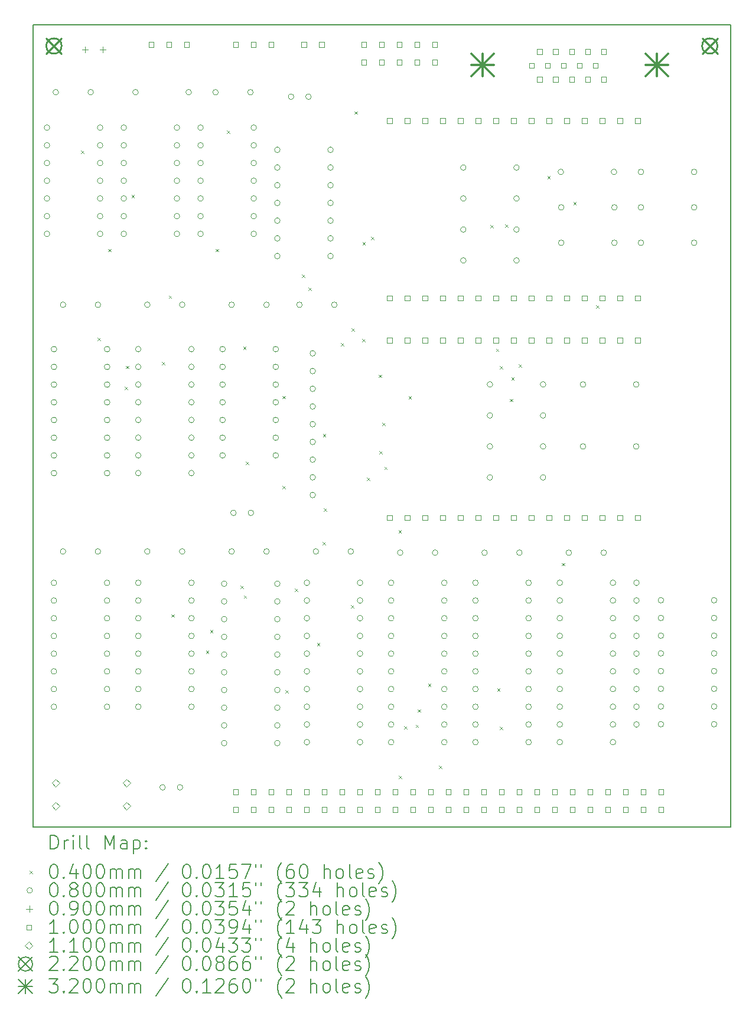
<source format=gbr>
%TF.GenerationSoftware,KiCad,Pcbnew,(6.0.11)*%
%TF.CreationDate,2023-07-08T20:57:29-05:00*%
%TF.ProjectId,Z80ESP,5a383045-5350-42e6-9b69-6361645f7063,V0.9*%
%TF.SameCoordinates,Original*%
%TF.FileFunction,Drillmap*%
%TF.FilePolarity,Positive*%
%FSLAX45Y45*%
G04 Gerber Fmt 4.5, Leading zero omitted, Abs format (unit mm)*
G04 Created by KiCad (PCBNEW (6.0.11)) date 2023-07-08 20:57:29*
%MOMM*%
%LPD*%
G01*
G04 APERTURE LIST*
%ADD10C,0.150000*%
%ADD11C,0.200000*%
%ADD12C,0.040000*%
%ADD13C,0.080000*%
%ADD14C,0.090000*%
%ADD15C,0.100000*%
%ADD16C,0.110000*%
%ADD17C,0.220000*%
%ADD18C,0.320000*%
G04 APERTURE END LIST*
D10*
X14500000Y-3100000D02*
X4500000Y-3100000D01*
X14500000Y-14600000D02*
X14500000Y-3100000D01*
X4500000Y-3100000D02*
X4500000Y-14600000D01*
X4500000Y-14600000D02*
X14500000Y-14600000D01*
D11*
D12*
X5186990Y-4900350D02*
X5226990Y-4940350D01*
X5226990Y-4900350D02*
X5186990Y-4940350D01*
X5423070Y-7583000D02*
X5463070Y-7623000D01*
X5463070Y-7583000D02*
X5423070Y-7623000D01*
X5576160Y-6310000D02*
X5616160Y-6350000D01*
X5616160Y-6310000D02*
X5576160Y-6350000D01*
X5812080Y-8288810D02*
X5852080Y-8328810D01*
X5852080Y-8288810D02*
X5812080Y-8328810D01*
X5830080Y-7987480D02*
X5870080Y-8027480D01*
X5870080Y-7987480D02*
X5830080Y-8027480D01*
X5912610Y-5534380D02*
X5952610Y-5574380D01*
X5952610Y-5534380D02*
X5912610Y-5574380D01*
X6349620Y-7930100D02*
X6389620Y-7970100D01*
X6389620Y-7930100D02*
X6349620Y-7970100D01*
X6446230Y-6979480D02*
X6486230Y-7019480D01*
X6486230Y-6979480D02*
X6446230Y-7019480D01*
X6484520Y-11551470D02*
X6524520Y-11591470D01*
X6524520Y-11551470D02*
X6484520Y-11591470D01*
X6979080Y-12070050D02*
X7019080Y-12110050D01*
X7019080Y-12070050D02*
X6979080Y-12110050D01*
X7036800Y-11778480D02*
X7076800Y-11818480D01*
X7076800Y-11778480D02*
X7036800Y-11818480D01*
X7119370Y-6310000D02*
X7159370Y-6350000D01*
X7159370Y-6310000D02*
X7119370Y-6350000D01*
X7281550Y-4613160D02*
X7321550Y-4653160D01*
X7321550Y-4613160D02*
X7281550Y-4653160D01*
X7471240Y-11138040D02*
X7511240Y-11178040D01*
X7511240Y-11138040D02*
X7471240Y-11178040D01*
X7511190Y-7712250D02*
X7551190Y-7752250D01*
X7551190Y-7712250D02*
X7511190Y-7752250D01*
X7520770Y-11279510D02*
X7560770Y-11319510D01*
X7560770Y-11279510D02*
X7520770Y-11319510D01*
X7547500Y-9365020D02*
X7587500Y-9405020D01*
X7587500Y-9365020D02*
X7547500Y-9405020D01*
X8076110Y-8419410D02*
X8116110Y-8459410D01*
X8116110Y-8419410D02*
X8076110Y-8459410D01*
X8076110Y-9713030D02*
X8116110Y-9753030D01*
X8116110Y-9713030D02*
X8076110Y-9753030D01*
X8116690Y-12637190D02*
X8156690Y-12677190D01*
X8156690Y-12637190D02*
X8116690Y-12677190D01*
X8255550Y-11180240D02*
X8295550Y-11220240D01*
X8295550Y-11180240D02*
X8255550Y-11220240D01*
X8351860Y-6679190D02*
X8391860Y-6719190D01*
X8391860Y-6679190D02*
X8351860Y-6719190D01*
X8450010Y-6867520D02*
X8490010Y-6907520D01*
X8490010Y-6867520D02*
X8450010Y-6907520D01*
X8570560Y-11961040D02*
X8610560Y-12001040D01*
X8610560Y-11961040D02*
X8570560Y-12001040D01*
X8652820Y-10516170D02*
X8692820Y-10556170D01*
X8692820Y-10516170D02*
X8652820Y-10556170D01*
X8655300Y-8962950D02*
X8695300Y-9002950D01*
X8695300Y-8962950D02*
X8655300Y-9002950D01*
X8670750Y-10032230D02*
X8710750Y-10072230D01*
X8710750Y-10032230D02*
X8670750Y-10072230D01*
X8914180Y-7662420D02*
X8954180Y-7702420D01*
X8954180Y-7662420D02*
X8914180Y-7702420D01*
X9055690Y-11421410D02*
X9095690Y-11461410D01*
X9095690Y-11421410D02*
X9055690Y-11461410D01*
X9065710Y-7448810D02*
X9105710Y-7488810D01*
X9105710Y-7448810D02*
X9065710Y-7488810D01*
X9108050Y-4337680D02*
X9148050Y-4377680D01*
X9148050Y-4337680D02*
X9108050Y-4377680D01*
X9216990Y-7601000D02*
X9256990Y-7641000D01*
X9256990Y-7601000D02*
X9216990Y-7641000D01*
X9221980Y-6213340D02*
X9261980Y-6253340D01*
X9261980Y-6213340D02*
X9221980Y-6253340D01*
X9286330Y-9590050D02*
X9326330Y-9630050D01*
X9326330Y-9590050D02*
X9286330Y-9630050D01*
X9344530Y-6139150D02*
X9384530Y-6179150D01*
X9384530Y-6139150D02*
X9344530Y-6179150D01*
X9457670Y-8113820D02*
X9497670Y-8153820D01*
X9497670Y-8113820D02*
X9457670Y-8153820D01*
X9461200Y-9208130D02*
X9501200Y-9248130D01*
X9501200Y-9208130D02*
X9461200Y-9248130D01*
X9504150Y-8805000D02*
X9544150Y-8845000D01*
X9544150Y-8805000D02*
X9504150Y-8845000D01*
X9534980Y-9435270D02*
X9574980Y-9475270D01*
X9574980Y-9435270D02*
X9534980Y-9475270D01*
X9737850Y-10347370D02*
X9777850Y-10387370D01*
X9777850Y-10347370D02*
X9737850Y-10387370D01*
X9740520Y-13867350D02*
X9780520Y-13907350D01*
X9780520Y-13867350D02*
X9740520Y-13907350D01*
X9822210Y-13156860D02*
X9862210Y-13196860D01*
X9862210Y-13156860D02*
X9822210Y-13196860D01*
X9883590Y-8421450D02*
X9923590Y-8461450D01*
X9923590Y-8421450D02*
X9883590Y-8461450D01*
X9983610Y-13133770D02*
X10023610Y-13173770D01*
X10023610Y-13133770D02*
X9983610Y-13173770D01*
X10012600Y-12914910D02*
X10052600Y-12954910D01*
X10052600Y-12914910D02*
X10012600Y-12954910D01*
X10162300Y-12544140D02*
X10202300Y-12584140D01*
X10202300Y-12544140D02*
X10162300Y-12584140D01*
X10320790Y-13724040D02*
X10360790Y-13764040D01*
X10360790Y-13724040D02*
X10320790Y-13764040D01*
X11052260Y-5966220D02*
X11092260Y-6006220D01*
X11092260Y-5966220D02*
X11052260Y-6006220D01*
X11135370Y-7741010D02*
X11175370Y-7781010D01*
X11175370Y-7741010D02*
X11135370Y-7781010D01*
X11153760Y-12613140D02*
X11193760Y-12653140D01*
X11193760Y-12613140D02*
X11153760Y-12653140D01*
X11192690Y-13162790D02*
X11232690Y-13202790D01*
X11232690Y-13162790D02*
X11192690Y-13202790D01*
X11192940Y-7992400D02*
X11232940Y-8032400D01*
X11232940Y-7992400D02*
X11192940Y-8032400D01*
X11269350Y-5958970D02*
X11309350Y-5998970D01*
X11309350Y-5958970D02*
X11269350Y-5998970D01*
X11335190Y-8462200D02*
X11375190Y-8502200D01*
X11375190Y-8462200D02*
X11335190Y-8502200D01*
X11355360Y-8151720D02*
X11395360Y-8191720D01*
X11395360Y-8151720D02*
X11355360Y-8191720D01*
X11460810Y-7965730D02*
X11500810Y-8005730D01*
X11500810Y-7965730D02*
X11460810Y-8005730D01*
X11873370Y-5264660D02*
X11913370Y-5304660D01*
X11913370Y-5264660D02*
X11873370Y-5304660D01*
X12080470Y-10814920D02*
X12120470Y-10854920D01*
X12120470Y-10814920D02*
X12080470Y-10854920D01*
X12246000Y-5636120D02*
X12286000Y-5676120D01*
X12286000Y-5636120D02*
X12246000Y-5676120D01*
X12570120Y-7122030D02*
X12610120Y-7162030D01*
X12610120Y-7122030D02*
X12570120Y-7162030D01*
D13*
X4740000Y-4571500D02*
G75*
G03*
X4740000Y-4571500I-40000J0D01*
G01*
X4740000Y-4825500D02*
G75*
G03*
X4740000Y-4825500I-40000J0D01*
G01*
X4740000Y-5079500D02*
G75*
G03*
X4740000Y-5079500I-40000J0D01*
G01*
X4740000Y-5333500D02*
G75*
G03*
X4740000Y-5333500I-40000J0D01*
G01*
X4740000Y-5587500D02*
G75*
G03*
X4740000Y-5587500I-40000J0D01*
G01*
X4740000Y-5841500D02*
G75*
G03*
X4740000Y-5841500I-40000J0D01*
G01*
X4740000Y-6095500D02*
G75*
G03*
X4740000Y-6095500I-40000J0D01*
G01*
X4840000Y-7748500D02*
G75*
G03*
X4840000Y-7748500I-40000J0D01*
G01*
X4840000Y-8002500D02*
G75*
G03*
X4840000Y-8002500I-40000J0D01*
G01*
X4840000Y-8256500D02*
G75*
G03*
X4840000Y-8256500I-40000J0D01*
G01*
X4840000Y-8510500D02*
G75*
G03*
X4840000Y-8510500I-40000J0D01*
G01*
X4840000Y-8764500D02*
G75*
G03*
X4840000Y-8764500I-40000J0D01*
G01*
X4840000Y-9018500D02*
G75*
G03*
X4840000Y-9018500I-40000J0D01*
G01*
X4840000Y-9272500D02*
G75*
G03*
X4840000Y-9272500I-40000J0D01*
G01*
X4840000Y-9526500D02*
G75*
G03*
X4840000Y-9526500I-40000J0D01*
G01*
X4840000Y-11100000D02*
G75*
G03*
X4840000Y-11100000I-40000J0D01*
G01*
X4840000Y-11354000D02*
G75*
G03*
X4840000Y-11354000I-40000J0D01*
G01*
X4840000Y-11608000D02*
G75*
G03*
X4840000Y-11608000I-40000J0D01*
G01*
X4840000Y-11862000D02*
G75*
G03*
X4840000Y-11862000I-40000J0D01*
G01*
X4840000Y-12116000D02*
G75*
G03*
X4840000Y-12116000I-40000J0D01*
G01*
X4840000Y-12370000D02*
G75*
G03*
X4840000Y-12370000I-40000J0D01*
G01*
X4840000Y-12624000D02*
G75*
G03*
X4840000Y-12624000I-40000J0D01*
G01*
X4840000Y-12878000D02*
G75*
G03*
X4840000Y-12878000I-40000J0D01*
G01*
X4866000Y-4064000D02*
G75*
G03*
X4866000Y-4064000I-40000J0D01*
G01*
X4970000Y-7112000D02*
G75*
G03*
X4970000Y-7112000I-40000J0D01*
G01*
X4970000Y-10650000D02*
G75*
G03*
X4970000Y-10650000I-40000J0D01*
G01*
X5366000Y-4064000D02*
G75*
G03*
X5366000Y-4064000I-40000J0D01*
G01*
X5470000Y-7112000D02*
G75*
G03*
X5470000Y-7112000I-40000J0D01*
G01*
X5470000Y-10650000D02*
G75*
G03*
X5470000Y-10650000I-40000J0D01*
G01*
X5502000Y-4571500D02*
G75*
G03*
X5502000Y-4571500I-40000J0D01*
G01*
X5502000Y-4825500D02*
G75*
G03*
X5502000Y-4825500I-40000J0D01*
G01*
X5502000Y-5079500D02*
G75*
G03*
X5502000Y-5079500I-40000J0D01*
G01*
X5502000Y-5333500D02*
G75*
G03*
X5502000Y-5333500I-40000J0D01*
G01*
X5502000Y-5587500D02*
G75*
G03*
X5502000Y-5587500I-40000J0D01*
G01*
X5502000Y-5841500D02*
G75*
G03*
X5502000Y-5841500I-40000J0D01*
G01*
X5502000Y-6095500D02*
G75*
G03*
X5502000Y-6095500I-40000J0D01*
G01*
X5602000Y-7748500D02*
G75*
G03*
X5602000Y-7748500I-40000J0D01*
G01*
X5602000Y-8002500D02*
G75*
G03*
X5602000Y-8002500I-40000J0D01*
G01*
X5602000Y-8256500D02*
G75*
G03*
X5602000Y-8256500I-40000J0D01*
G01*
X5602000Y-8510500D02*
G75*
G03*
X5602000Y-8510500I-40000J0D01*
G01*
X5602000Y-8764500D02*
G75*
G03*
X5602000Y-8764500I-40000J0D01*
G01*
X5602000Y-9018500D02*
G75*
G03*
X5602000Y-9018500I-40000J0D01*
G01*
X5602000Y-9272500D02*
G75*
G03*
X5602000Y-9272500I-40000J0D01*
G01*
X5602000Y-9526500D02*
G75*
G03*
X5602000Y-9526500I-40000J0D01*
G01*
X5602000Y-11100000D02*
G75*
G03*
X5602000Y-11100000I-40000J0D01*
G01*
X5602000Y-11354000D02*
G75*
G03*
X5602000Y-11354000I-40000J0D01*
G01*
X5602000Y-11608000D02*
G75*
G03*
X5602000Y-11608000I-40000J0D01*
G01*
X5602000Y-11862000D02*
G75*
G03*
X5602000Y-11862000I-40000J0D01*
G01*
X5602000Y-12116000D02*
G75*
G03*
X5602000Y-12116000I-40000J0D01*
G01*
X5602000Y-12370000D02*
G75*
G03*
X5602000Y-12370000I-40000J0D01*
G01*
X5602000Y-12624000D02*
G75*
G03*
X5602000Y-12624000I-40000J0D01*
G01*
X5602000Y-12878000D02*
G75*
G03*
X5602000Y-12878000I-40000J0D01*
G01*
X5840670Y-4571500D02*
G75*
G03*
X5840670Y-4571500I-40000J0D01*
G01*
X5840670Y-4825500D02*
G75*
G03*
X5840670Y-4825500I-40000J0D01*
G01*
X5840670Y-5079500D02*
G75*
G03*
X5840670Y-5079500I-40000J0D01*
G01*
X5840670Y-5333500D02*
G75*
G03*
X5840670Y-5333500I-40000J0D01*
G01*
X5840670Y-5587500D02*
G75*
G03*
X5840670Y-5587500I-40000J0D01*
G01*
X5840670Y-5841500D02*
G75*
G03*
X5840670Y-5841500I-40000J0D01*
G01*
X5840670Y-6095500D02*
G75*
G03*
X5840670Y-6095500I-40000J0D01*
G01*
X6009000Y-4064000D02*
G75*
G03*
X6009000Y-4064000I-40000J0D01*
G01*
X6048330Y-7748500D02*
G75*
G03*
X6048330Y-7748500I-40000J0D01*
G01*
X6048330Y-8002500D02*
G75*
G03*
X6048330Y-8002500I-40000J0D01*
G01*
X6048330Y-8256500D02*
G75*
G03*
X6048330Y-8256500I-40000J0D01*
G01*
X6048330Y-8510500D02*
G75*
G03*
X6048330Y-8510500I-40000J0D01*
G01*
X6048330Y-8764500D02*
G75*
G03*
X6048330Y-8764500I-40000J0D01*
G01*
X6048330Y-9018500D02*
G75*
G03*
X6048330Y-9018500I-40000J0D01*
G01*
X6048330Y-9272500D02*
G75*
G03*
X6048330Y-9272500I-40000J0D01*
G01*
X6048330Y-9526500D02*
G75*
G03*
X6048330Y-9526500I-40000J0D01*
G01*
X6048330Y-11100000D02*
G75*
G03*
X6048330Y-11100000I-40000J0D01*
G01*
X6048330Y-11354000D02*
G75*
G03*
X6048330Y-11354000I-40000J0D01*
G01*
X6048330Y-11608000D02*
G75*
G03*
X6048330Y-11608000I-40000J0D01*
G01*
X6048330Y-11862000D02*
G75*
G03*
X6048330Y-11862000I-40000J0D01*
G01*
X6048330Y-12116000D02*
G75*
G03*
X6048330Y-12116000I-40000J0D01*
G01*
X6048330Y-12370000D02*
G75*
G03*
X6048330Y-12370000I-40000J0D01*
G01*
X6048330Y-12624000D02*
G75*
G03*
X6048330Y-12624000I-40000J0D01*
G01*
X6048330Y-12878000D02*
G75*
G03*
X6048330Y-12878000I-40000J0D01*
G01*
X6178330Y-7112000D02*
G75*
G03*
X6178330Y-7112000I-40000J0D01*
G01*
X6178330Y-10650000D02*
G75*
G03*
X6178330Y-10650000I-40000J0D01*
G01*
X6396490Y-14033500D02*
G75*
G03*
X6396490Y-14033500I-40000J0D01*
G01*
X6602670Y-4571500D02*
G75*
G03*
X6602670Y-4571500I-40000J0D01*
G01*
X6602670Y-4825500D02*
G75*
G03*
X6602670Y-4825500I-40000J0D01*
G01*
X6602670Y-5079500D02*
G75*
G03*
X6602670Y-5079500I-40000J0D01*
G01*
X6602670Y-5333500D02*
G75*
G03*
X6602670Y-5333500I-40000J0D01*
G01*
X6602670Y-5587500D02*
G75*
G03*
X6602670Y-5587500I-40000J0D01*
G01*
X6602670Y-5841500D02*
G75*
G03*
X6602670Y-5841500I-40000J0D01*
G01*
X6602670Y-6095500D02*
G75*
G03*
X6602670Y-6095500I-40000J0D01*
G01*
X6646490Y-14033500D02*
G75*
G03*
X6646490Y-14033500I-40000J0D01*
G01*
X6678330Y-7112000D02*
G75*
G03*
X6678330Y-7112000I-40000J0D01*
G01*
X6678330Y-10650000D02*
G75*
G03*
X6678330Y-10650000I-40000J0D01*
G01*
X6771000Y-4064000D02*
G75*
G03*
X6771000Y-4064000I-40000J0D01*
G01*
X6810330Y-7748500D02*
G75*
G03*
X6810330Y-7748500I-40000J0D01*
G01*
X6810330Y-8002500D02*
G75*
G03*
X6810330Y-8002500I-40000J0D01*
G01*
X6810330Y-8256500D02*
G75*
G03*
X6810330Y-8256500I-40000J0D01*
G01*
X6810330Y-8510500D02*
G75*
G03*
X6810330Y-8510500I-40000J0D01*
G01*
X6810330Y-8764500D02*
G75*
G03*
X6810330Y-8764500I-40000J0D01*
G01*
X6810330Y-9018500D02*
G75*
G03*
X6810330Y-9018500I-40000J0D01*
G01*
X6810330Y-9272500D02*
G75*
G03*
X6810330Y-9272500I-40000J0D01*
G01*
X6810330Y-9526500D02*
G75*
G03*
X6810330Y-9526500I-40000J0D01*
G01*
X6810330Y-11100000D02*
G75*
G03*
X6810330Y-11100000I-40000J0D01*
G01*
X6810330Y-11354000D02*
G75*
G03*
X6810330Y-11354000I-40000J0D01*
G01*
X6810330Y-11608000D02*
G75*
G03*
X6810330Y-11608000I-40000J0D01*
G01*
X6810330Y-11862000D02*
G75*
G03*
X6810330Y-11862000I-40000J0D01*
G01*
X6810330Y-12116000D02*
G75*
G03*
X6810330Y-12116000I-40000J0D01*
G01*
X6810330Y-12370000D02*
G75*
G03*
X6810330Y-12370000I-40000J0D01*
G01*
X6810330Y-12624000D02*
G75*
G03*
X6810330Y-12624000I-40000J0D01*
G01*
X6810330Y-12878000D02*
G75*
G03*
X6810330Y-12878000I-40000J0D01*
G01*
X6941330Y-4571500D02*
G75*
G03*
X6941330Y-4571500I-40000J0D01*
G01*
X6941330Y-4825500D02*
G75*
G03*
X6941330Y-4825500I-40000J0D01*
G01*
X6941330Y-5079500D02*
G75*
G03*
X6941330Y-5079500I-40000J0D01*
G01*
X6941330Y-5333500D02*
G75*
G03*
X6941330Y-5333500I-40000J0D01*
G01*
X6941330Y-5587500D02*
G75*
G03*
X6941330Y-5587500I-40000J0D01*
G01*
X6941330Y-5841500D02*
G75*
G03*
X6941330Y-5841500I-40000J0D01*
G01*
X6941330Y-6095500D02*
G75*
G03*
X6941330Y-6095500I-40000J0D01*
G01*
X7156000Y-4064000D02*
G75*
G03*
X7156000Y-4064000I-40000J0D01*
G01*
X7256670Y-7748500D02*
G75*
G03*
X7256670Y-7748500I-40000J0D01*
G01*
X7256670Y-8002500D02*
G75*
G03*
X7256670Y-8002500I-40000J0D01*
G01*
X7256670Y-8256500D02*
G75*
G03*
X7256670Y-8256500I-40000J0D01*
G01*
X7256670Y-8510500D02*
G75*
G03*
X7256670Y-8510500I-40000J0D01*
G01*
X7256670Y-8764500D02*
G75*
G03*
X7256670Y-8764500I-40000J0D01*
G01*
X7256670Y-9018500D02*
G75*
G03*
X7256670Y-9018500I-40000J0D01*
G01*
X7256670Y-9272500D02*
G75*
G03*
X7256670Y-9272500I-40000J0D01*
G01*
X7280000Y-11113000D02*
G75*
G03*
X7280000Y-11113000I-40000J0D01*
G01*
X7280000Y-11367000D02*
G75*
G03*
X7280000Y-11367000I-40000J0D01*
G01*
X7280000Y-11621000D02*
G75*
G03*
X7280000Y-11621000I-40000J0D01*
G01*
X7280000Y-11875000D02*
G75*
G03*
X7280000Y-11875000I-40000J0D01*
G01*
X7280000Y-12129000D02*
G75*
G03*
X7280000Y-12129000I-40000J0D01*
G01*
X7280000Y-12383000D02*
G75*
G03*
X7280000Y-12383000I-40000J0D01*
G01*
X7280000Y-12637000D02*
G75*
G03*
X7280000Y-12637000I-40000J0D01*
G01*
X7280000Y-12891000D02*
G75*
G03*
X7280000Y-12891000I-40000J0D01*
G01*
X7280000Y-13145000D02*
G75*
G03*
X7280000Y-13145000I-40000J0D01*
G01*
X7280000Y-13399000D02*
G75*
G03*
X7280000Y-13399000I-40000J0D01*
G01*
X7386670Y-7112000D02*
G75*
G03*
X7386670Y-7112000I-40000J0D01*
G01*
X7386670Y-10650000D02*
G75*
G03*
X7386670Y-10650000I-40000J0D01*
G01*
X7412490Y-10096500D02*
G75*
G03*
X7412490Y-10096500I-40000J0D01*
G01*
X7656000Y-4064000D02*
G75*
G03*
X7656000Y-4064000I-40000J0D01*
G01*
X7662490Y-10096500D02*
G75*
G03*
X7662490Y-10096500I-40000J0D01*
G01*
X7703330Y-4571500D02*
G75*
G03*
X7703330Y-4571500I-40000J0D01*
G01*
X7703330Y-4825500D02*
G75*
G03*
X7703330Y-4825500I-40000J0D01*
G01*
X7703330Y-5079500D02*
G75*
G03*
X7703330Y-5079500I-40000J0D01*
G01*
X7703330Y-5333500D02*
G75*
G03*
X7703330Y-5333500I-40000J0D01*
G01*
X7703330Y-5587500D02*
G75*
G03*
X7703330Y-5587500I-40000J0D01*
G01*
X7703330Y-5841500D02*
G75*
G03*
X7703330Y-5841500I-40000J0D01*
G01*
X7703330Y-6095500D02*
G75*
G03*
X7703330Y-6095500I-40000J0D01*
G01*
X7886670Y-7112000D02*
G75*
G03*
X7886670Y-7112000I-40000J0D01*
G01*
X7886670Y-10650000D02*
G75*
G03*
X7886670Y-10650000I-40000J0D01*
G01*
X8018670Y-7748500D02*
G75*
G03*
X8018670Y-7748500I-40000J0D01*
G01*
X8018670Y-8002500D02*
G75*
G03*
X8018670Y-8002500I-40000J0D01*
G01*
X8018670Y-8256500D02*
G75*
G03*
X8018670Y-8256500I-40000J0D01*
G01*
X8018670Y-8510500D02*
G75*
G03*
X8018670Y-8510500I-40000J0D01*
G01*
X8018670Y-8764500D02*
G75*
G03*
X8018670Y-8764500I-40000J0D01*
G01*
X8018670Y-9018500D02*
G75*
G03*
X8018670Y-9018500I-40000J0D01*
G01*
X8018670Y-9272500D02*
G75*
G03*
X8018670Y-9272500I-40000J0D01*
G01*
X8042000Y-4889000D02*
G75*
G03*
X8042000Y-4889000I-40000J0D01*
G01*
X8042000Y-5143000D02*
G75*
G03*
X8042000Y-5143000I-40000J0D01*
G01*
X8042000Y-5397000D02*
G75*
G03*
X8042000Y-5397000I-40000J0D01*
G01*
X8042000Y-5651000D02*
G75*
G03*
X8042000Y-5651000I-40000J0D01*
G01*
X8042000Y-5905000D02*
G75*
G03*
X8042000Y-5905000I-40000J0D01*
G01*
X8042000Y-6159000D02*
G75*
G03*
X8042000Y-6159000I-40000J0D01*
G01*
X8042000Y-6413000D02*
G75*
G03*
X8042000Y-6413000I-40000J0D01*
G01*
X8042000Y-11113000D02*
G75*
G03*
X8042000Y-11113000I-40000J0D01*
G01*
X8042000Y-11367000D02*
G75*
G03*
X8042000Y-11367000I-40000J0D01*
G01*
X8042000Y-11621000D02*
G75*
G03*
X8042000Y-11621000I-40000J0D01*
G01*
X8042000Y-11875000D02*
G75*
G03*
X8042000Y-11875000I-40000J0D01*
G01*
X8042000Y-12129000D02*
G75*
G03*
X8042000Y-12129000I-40000J0D01*
G01*
X8042000Y-12383000D02*
G75*
G03*
X8042000Y-12383000I-40000J0D01*
G01*
X8042000Y-12637000D02*
G75*
G03*
X8042000Y-12637000I-40000J0D01*
G01*
X8042000Y-12891000D02*
G75*
G03*
X8042000Y-12891000I-40000J0D01*
G01*
X8042000Y-13145000D02*
G75*
G03*
X8042000Y-13145000I-40000J0D01*
G01*
X8042000Y-13399000D02*
G75*
G03*
X8042000Y-13399000I-40000J0D01*
G01*
X8237990Y-4127500D02*
G75*
G03*
X8237990Y-4127500I-40000J0D01*
G01*
X8358500Y-7112000D02*
G75*
G03*
X8358500Y-7112000I-40000J0D01*
G01*
X8465000Y-11100000D02*
G75*
G03*
X8465000Y-11100000I-40000J0D01*
G01*
X8465000Y-11354000D02*
G75*
G03*
X8465000Y-11354000I-40000J0D01*
G01*
X8465000Y-11608000D02*
G75*
G03*
X8465000Y-11608000I-40000J0D01*
G01*
X8465000Y-11862000D02*
G75*
G03*
X8465000Y-11862000I-40000J0D01*
G01*
X8465000Y-12116000D02*
G75*
G03*
X8465000Y-12116000I-40000J0D01*
G01*
X8465000Y-12370000D02*
G75*
G03*
X8465000Y-12370000I-40000J0D01*
G01*
X8465000Y-12624000D02*
G75*
G03*
X8465000Y-12624000I-40000J0D01*
G01*
X8465000Y-12878000D02*
G75*
G03*
X8465000Y-12878000I-40000J0D01*
G01*
X8465000Y-13132000D02*
G75*
G03*
X8465000Y-13132000I-40000J0D01*
G01*
X8465000Y-13386000D02*
G75*
G03*
X8465000Y-13386000I-40000J0D01*
G01*
X8487990Y-4127500D02*
G75*
G03*
X8487990Y-4127500I-40000J0D01*
G01*
X8549000Y-7809000D02*
G75*
G03*
X8549000Y-7809000I-40000J0D01*
G01*
X8549000Y-8063000D02*
G75*
G03*
X8549000Y-8063000I-40000J0D01*
G01*
X8549000Y-8317000D02*
G75*
G03*
X8549000Y-8317000I-40000J0D01*
G01*
X8549000Y-8571000D02*
G75*
G03*
X8549000Y-8571000I-40000J0D01*
G01*
X8549000Y-8825000D02*
G75*
G03*
X8549000Y-8825000I-40000J0D01*
G01*
X8549000Y-9079000D02*
G75*
G03*
X8549000Y-9079000I-40000J0D01*
G01*
X8549000Y-9333000D02*
G75*
G03*
X8549000Y-9333000I-40000J0D01*
G01*
X8549000Y-9587000D02*
G75*
G03*
X8549000Y-9587000I-40000J0D01*
G01*
X8549000Y-9841000D02*
G75*
G03*
X8549000Y-9841000I-40000J0D01*
G01*
X8595000Y-10650000D02*
G75*
G03*
X8595000Y-10650000I-40000J0D01*
G01*
X8804000Y-4889000D02*
G75*
G03*
X8804000Y-4889000I-40000J0D01*
G01*
X8804000Y-5143000D02*
G75*
G03*
X8804000Y-5143000I-40000J0D01*
G01*
X8804000Y-5397000D02*
G75*
G03*
X8804000Y-5397000I-40000J0D01*
G01*
X8804000Y-5651000D02*
G75*
G03*
X8804000Y-5651000I-40000J0D01*
G01*
X8804000Y-5905000D02*
G75*
G03*
X8804000Y-5905000I-40000J0D01*
G01*
X8804000Y-6159000D02*
G75*
G03*
X8804000Y-6159000I-40000J0D01*
G01*
X8804000Y-6413000D02*
G75*
G03*
X8804000Y-6413000I-40000J0D01*
G01*
X8858500Y-7112000D02*
G75*
G03*
X8858500Y-7112000I-40000J0D01*
G01*
X9095000Y-10650000D02*
G75*
G03*
X9095000Y-10650000I-40000J0D01*
G01*
X9227000Y-11100000D02*
G75*
G03*
X9227000Y-11100000I-40000J0D01*
G01*
X9227000Y-11354000D02*
G75*
G03*
X9227000Y-11354000I-40000J0D01*
G01*
X9227000Y-11608000D02*
G75*
G03*
X9227000Y-11608000I-40000J0D01*
G01*
X9227000Y-11862000D02*
G75*
G03*
X9227000Y-11862000I-40000J0D01*
G01*
X9227000Y-12116000D02*
G75*
G03*
X9227000Y-12116000I-40000J0D01*
G01*
X9227000Y-12370000D02*
G75*
G03*
X9227000Y-12370000I-40000J0D01*
G01*
X9227000Y-12624000D02*
G75*
G03*
X9227000Y-12624000I-40000J0D01*
G01*
X9227000Y-12878000D02*
G75*
G03*
X9227000Y-12878000I-40000J0D01*
G01*
X9227000Y-13132000D02*
G75*
G03*
X9227000Y-13132000I-40000J0D01*
G01*
X9227000Y-13386000D02*
G75*
G03*
X9227000Y-13386000I-40000J0D01*
G01*
X9673330Y-11100000D02*
G75*
G03*
X9673330Y-11100000I-40000J0D01*
G01*
X9673330Y-11354000D02*
G75*
G03*
X9673330Y-11354000I-40000J0D01*
G01*
X9673330Y-11608000D02*
G75*
G03*
X9673330Y-11608000I-40000J0D01*
G01*
X9673330Y-11862000D02*
G75*
G03*
X9673330Y-11862000I-40000J0D01*
G01*
X9673330Y-12116000D02*
G75*
G03*
X9673330Y-12116000I-40000J0D01*
G01*
X9673330Y-12370000D02*
G75*
G03*
X9673330Y-12370000I-40000J0D01*
G01*
X9673330Y-12624000D02*
G75*
G03*
X9673330Y-12624000I-40000J0D01*
G01*
X9673330Y-12878000D02*
G75*
G03*
X9673330Y-12878000I-40000J0D01*
G01*
X9673330Y-13132000D02*
G75*
G03*
X9673330Y-13132000I-40000J0D01*
G01*
X9673330Y-13386000D02*
G75*
G03*
X9673330Y-13386000I-40000J0D01*
G01*
X9803330Y-10668000D02*
G75*
G03*
X9803330Y-10668000I-40000J0D01*
G01*
X10303330Y-10668000D02*
G75*
G03*
X10303330Y-10668000I-40000J0D01*
G01*
X10435330Y-11100000D02*
G75*
G03*
X10435330Y-11100000I-40000J0D01*
G01*
X10435330Y-11354000D02*
G75*
G03*
X10435330Y-11354000I-40000J0D01*
G01*
X10435330Y-11608000D02*
G75*
G03*
X10435330Y-11608000I-40000J0D01*
G01*
X10435330Y-11862000D02*
G75*
G03*
X10435330Y-11862000I-40000J0D01*
G01*
X10435330Y-12116000D02*
G75*
G03*
X10435330Y-12116000I-40000J0D01*
G01*
X10435330Y-12370000D02*
G75*
G03*
X10435330Y-12370000I-40000J0D01*
G01*
X10435330Y-12624000D02*
G75*
G03*
X10435330Y-12624000I-40000J0D01*
G01*
X10435330Y-12878000D02*
G75*
G03*
X10435330Y-12878000I-40000J0D01*
G01*
X10435330Y-13132000D02*
G75*
G03*
X10435330Y-13132000I-40000J0D01*
G01*
X10435330Y-13386000D02*
G75*
G03*
X10435330Y-13386000I-40000J0D01*
G01*
X10708000Y-5143500D02*
G75*
G03*
X10708000Y-5143500I-40000J0D01*
G01*
X10708000Y-5588000D02*
G75*
G03*
X10708000Y-5588000I-40000J0D01*
G01*
X10708000Y-6032500D02*
G75*
G03*
X10708000Y-6032500I-40000J0D01*
G01*
X10708000Y-6477000D02*
G75*
G03*
X10708000Y-6477000I-40000J0D01*
G01*
X10881670Y-11100000D02*
G75*
G03*
X10881670Y-11100000I-40000J0D01*
G01*
X10881670Y-11354000D02*
G75*
G03*
X10881670Y-11354000I-40000J0D01*
G01*
X10881670Y-11608000D02*
G75*
G03*
X10881670Y-11608000I-40000J0D01*
G01*
X10881670Y-11862000D02*
G75*
G03*
X10881670Y-11862000I-40000J0D01*
G01*
X10881670Y-12116000D02*
G75*
G03*
X10881670Y-12116000I-40000J0D01*
G01*
X10881670Y-12370000D02*
G75*
G03*
X10881670Y-12370000I-40000J0D01*
G01*
X10881670Y-12624000D02*
G75*
G03*
X10881670Y-12624000I-40000J0D01*
G01*
X10881670Y-12878000D02*
G75*
G03*
X10881670Y-12878000I-40000J0D01*
G01*
X10881670Y-13132000D02*
G75*
G03*
X10881670Y-13132000I-40000J0D01*
G01*
X10881670Y-13386000D02*
G75*
G03*
X10881670Y-13386000I-40000J0D01*
G01*
X11011670Y-10668000D02*
G75*
G03*
X11011670Y-10668000I-40000J0D01*
G01*
X11089000Y-8255000D02*
G75*
G03*
X11089000Y-8255000I-40000J0D01*
G01*
X11089000Y-8699500D02*
G75*
G03*
X11089000Y-8699500I-40000J0D01*
G01*
X11089000Y-9144000D02*
G75*
G03*
X11089000Y-9144000I-40000J0D01*
G01*
X11089000Y-9588500D02*
G75*
G03*
X11089000Y-9588500I-40000J0D01*
G01*
X11470000Y-5143500D02*
G75*
G03*
X11470000Y-5143500I-40000J0D01*
G01*
X11470000Y-5588000D02*
G75*
G03*
X11470000Y-5588000I-40000J0D01*
G01*
X11470000Y-6032500D02*
G75*
G03*
X11470000Y-6032500I-40000J0D01*
G01*
X11470000Y-6477000D02*
G75*
G03*
X11470000Y-6477000I-40000J0D01*
G01*
X11511670Y-10668000D02*
G75*
G03*
X11511670Y-10668000I-40000J0D01*
G01*
X11643670Y-11100000D02*
G75*
G03*
X11643670Y-11100000I-40000J0D01*
G01*
X11643670Y-11354000D02*
G75*
G03*
X11643670Y-11354000I-40000J0D01*
G01*
X11643670Y-11608000D02*
G75*
G03*
X11643670Y-11608000I-40000J0D01*
G01*
X11643670Y-11862000D02*
G75*
G03*
X11643670Y-11862000I-40000J0D01*
G01*
X11643670Y-12116000D02*
G75*
G03*
X11643670Y-12116000I-40000J0D01*
G01*
X11643670Y-12370000D02*
G75*
G03*
X11643670Y-12370000I-40000J0D01*
G01*
X11643670Y-12624000D02*
G75*
G03*
X11643670Y-12624000I-40000J0D01*
G01*
X11643670Y-12878000D02*
G75*
G03*
X11643670Y-12878000I-40000J0D01*
G01*
X11643670Y-13132000D02*
G75*
G03*
X11643670Y-13132000I-40000J0D01*
G01*
X11643670Y-13386000D02*
G75*
G03*
X11643670Y-13386000I-40000J0D01*
G01*
X11851000Y-8255000D02*
G75*
G03*
X11851000Y-8255000I-40000J0D01*
G01*
X11851000Y-8699500D02*
G75*
G03*
X11851000Y-8699500I-40000J0D01*
G01*
X11851000Y-9144000D02*
G75*
G03*
X11851000Y-9144000I-40000J0D01*
G01*
X11851000Y-9588500D02*
G75*
G03*
X11851000Y-9588500I-40000J0D01*
G01*
X12090000Y-11100000D02*
G75*
G03*
X12090000Y-11100000I-40000J0D01*
G01*
X12090000Y-11354000D02*
G75*
G03*
X12090000Y-11354000I-40000J0D01*
G01*
X12090000Y-11608000D02*
G75*
G03*
X12090000Y-11608000I-40000J0D01*
G01*
X12090000Y-11862000D02*
G75*
G03*
X12090000Y-11862000I-40000J0D01*
G01*
X12090000Y-12116000D02*
G75*
G03*
X12090000Y-12116000I-40000J0D01*
G01*
X12090000Y-12370000D02*
G75*
G03*
X12090000Y-12370000I-40000J0D01*
G01*
X12090000Y-12624000D02*
G75*
G03*
X12090000Y-12624000I-40000J0D01*
G01*
X12090000Y-12878000D02*
G75*
G03*
X12090000Y-12878000I-40000J0D01*
G01*
X12090000Y-13132000D02*
G75*
G03*
X12090000Y-13132000I-40000J0D01*
G01*
X12090000Y-13386000D02*
G75*
G03*
X12090000Y-13386000I-40000J0D01*
G01*
X12105000Y-5207000D02*
G75*
G03*
X12105000Y-5207000I-40000J0D01*
G01*
X12110880Y-5715000D02*
G75*
G03*
X12110880Y-5715000I-40000J0D01*
G01*
X12110880Y-6223000D02*
G75*
G03*
X12110880Y-6223000I-40000J0D01*
G01*
X12220000Y-10668000D02*
G75*
G03*
X12220000Y-10668000I-40000J0D01*
G01*
X12422500Y-8255000D02*
G75*
G03*
X12422500Y-8255000I-40000J0D01*
G01*
X12422500Y-9144000D02*
G75*
G03*
X12422500Y-9144000I-40000J0D01*
G01*
X12720000Y-10668000D02*
G75*
G03*
X12720000Y-10668000I-40000J0D01*
G01*
X12852000Y-11100000D02*
G75*
G03*
X12852000Y-11100000I-40000J0D01*
G01*
X12852000Y-11354000D02*
G75*
G03*
X12852000Y-11354000I-40000J0D01*
G01*
X12852000Y-11608000D02*
G75*
G03*
X12852000Y-11608000I-40000J0D01*
G01*
X12852000Y-11862000D02*
G75*
G03*
X12852000Y-11862000I-40000J0D01*
G01*
X12852000Y-12116000D02*
G75*
G03*
X12852000Y-12116000I-40000J0D01*
G01*
X12852000Y-12370000D02*
G75*
G03*
X12852000Y-12370000I-40000J0D01*
G01*
X12852000Y-12624000D02*
G75*
G03*
X12852000Y-12624000I-40000J0D01*
G01*
X12852000Y-12878000D02*
G75*
G03*
X12852000Y-12878000I-40000J0D01*
G01*
X12852000Y-13132000D02*
G75*
G03*
X12852000Y-13132000I-40000J0D01*
G01*
X12852000Y-13386000D02*
G75*
G03*
X12852000Y-13386000I-40000J0D01*
G01*
X12867000Y-5207000D02*
G75*
G03*
X12867000Y-5207000I-40000J0D01*
G01*
X12872880Y-5715000D02*
G75*
G03*
X12872880Y-5715000I-40000J0D01*
G01*
X12872880Y-6223000D02*
G75*
G03*
X12872880Y-6223000I-40000J0D01*
G01*
X13184500Y-8255000D02*
G75*
G03*
X13184500Y-8255000I-40000J0D01*
G01*
X13184500Y-9144000D02*
G75*
G03*
X13184500Y-9144000I-40000J0D01*
G01*
X13190000Y-11100000D02*
G75*
G03*
X13190000Y-11100000I-40000J0D01*
G01*
X13190000Y-11354000D02*
G75*
G03*
X13190000Y-11354000I-40000J0D01*
G01*
X13190000Y-11608000D02*
G75*
G03*
X13190000Y-11608000I-40000J0D01*
G01*
X13190000Y-11862000D02*
G75*
G03*
X13190000Y-11862000I-40000J0D01*
G01*
X13190000Y-12116000D02*
G75*
G03*
X13190000Y-12116000I-40000J0D01*
G01*
X13190000Y-12370000D02*
G75*
G03*
X13190000Y-12370000I-40000J0D01*
G01*
X13190000Y-12624000D02*
G75*
G03*
X13190000Y-12624000I-40000J0D01*
G01*
X13190000Y-12878000D02*
G75*
G03*
X13190000Y-12878000I-40000J0D01*
G01*
X13190000Y-13132000D02*
G75*
G03*
X13190000Y-13132000I-40000J0D01*
G01*
X13253880Y-5207000D02*
G75*
G03*
X13253880Y-5207000I-40000J0D01*
G01*
X13253880Y-5715000D02*
G75*
G03*
X13253880Y-5715000I-40000J0D01*
G01*
X13253880Y-6223000D02*
G75*
G03*
X13253880Y-6223000I-40000J0D01*
G01*
X13540000Y-11350000D02*
G75*
G03*
X13540000Y-11350000I-40000J0D01*
G01*
X13540000Y-11604000D02*
G75*
G03*
X13540000Y-11604000I-40000J0D01*
G01*
X13540000Y-11858000D02*
G75*
G03*
X13540000Y-11858000I-40000J0D01*
G01*
X13540000Y-12112000D02*
G75*
G03*
X13540000Y-12112000I-40000J0D01*
G01*
X13540000Y-12366000D02*
G75*
G03*
X13540000Y-12366000I-40000J0D01*
G01*
X13540000Y-12620000D02*
G75*
G03*
X13540000Y-12620000I-40000J0D01*
G01*
X13540000Y-12874000D02*
G75*
G03*
X13540000Y-12874000I-40000J0D01*
G01*
X13540000Y-13128000D02*
G75*
G03*
X13540000Y-13128000I-40000J0D01*
G01*
X14015880Y-5207000D02*
G75*
G03*
X14015880Y-5207000I-40000J0D01*
G01*
X14015880Y-5715000D02*
G75*
G03*
X14015880Y-5715000I-40000J0D01*
G01*
X14015880Y-6223000D02*
G75*
G03*
X14015880Y-6223000I-40000J0D01*
G01*
X14302000Y-11350000D02*
G75*
G03*
X14302000Y-11350000I-40000J0D01*
G01*
X14302000Y-11604000D02*
G75*
G03*
X14302000Y-11604000I-40000J0D01*
G01*
X14302000Y-11858000D02*
G75*
G03*
X14302000Y-11858000I-40000J0D01*
G01*
X14302000Y-12112000D02*
G75*
G03*
X14302000Y-12112000I-40000J0D01*
G01*
X14302000Y-12366000D02*
G75*
G03*
X14302000Y-12366000I-40000J0D01*
G01*
X14302000Y-12620000D02*
G75*
G03*
X14302000Y-12620000I-40000J0D01*
G01*
X14302000Y-12874000D02*
G75*
G03*
X14302000Y-12874000I-40000J0D01*
G01*
X14302000Y-13128000D02*
G75*
G03*
X14302000Y-13128000I-40000J0D01*
G01*
D14*
X5246000Y-3406000D02*
X5246000Y-3496000D01*
X5201000Y-3451000D02*
X5291000Y-3451000D01*
X5500000Y-3406000D02*
X5500000Y-3496000D01*
X5455000Y-3451000D02*
X5545000Y-3451000D01*
D15*
X6231356Y-3415066D02*
X6231356Y-3344354D01*
X6160644Y-3344354D01*
X6160644Y-3415066D01*
X6231356Y-3415066D01*
X6485356Y-3415066D02*
X6485356Y-3344354D01*
X6414644Y-3344354D01*
X6414644Y-3415066D01*
X6485356Y-3415066D01*
X6739356Y-3415066D02*
X6739356Y-3344354D01*
X6668644Y-3344354D01*
X6668644Y-3415066D01*
X6739356Y-3415066D01*
X7439356Y-14135356D02*
X7439356Y-14064644D01*
X7368644Y-14064644D01*
X7368644Y-14135356D01*
X7439356Y-14135356D01*
X7439356Y-14389356D02*
X7439356Y-14318644D01*
X7368644Y-14318644D01*
X7368644Y-14389356D01*
X7439356Y-14389356D01*
X7440856Y-3415066D02*
X7440856Y-3344354D01*
X7370144Y-3344354D01*
X7370144Y-3415066D01*
X7440856Y-3415066D01*
X7693356Y-14135356D02*
X7693356Y-14064644D01*
X7622644Y-14064644D01*
X7622644Y-14135356D01*
X7693356Y-14135356D01*
X7693356Y-14389356D02*
X7693356Y-14318644D01*
X7622644Y-14318644D01*
X7622644Y-14389356D01*
X7693356Y-14389356D01*
X7694856Y-3415066D02*
X7694856Y-3344354D01*
X7624144Y-3344354D01*
X7624144Y-3415066D01*
X7694856Y-3415066D01*
X7947356Y-14135356D02*
X7947356Y-14064644D01*
X7876644Y-14064644D01*
X7876644Y-14135356D01*
X7947356Y-14135356D01*
X7947356Y-14389356D02*
X7947356Y-14318644D01*
X7876644Y-14318644D01*
X7876644Y-14389356D01*
X7947356Y-14389356D01*
X7948856Y-3415066D02*
X7948856Y-3344354D01*
X7878144Y-3344354D01*
X7878144Y-3415066D01*
X7948856Y-3415066D01*
X8201356Y-14135356D02*
X8201356Y-14064644D01*
X8130644Y-14064644D01*
X8130644Y-14135356D01*
X8201356Y-14135356D01*
X8201356Y-14389356D02*
X8201356Y-14318644D01*
X8130644Y-14318644D01*
X8130644Y-14389356D01*
X8201356Y-14389356D01*
X8416856Y-3415066D02*
X8416856Y-3344354D01*
X8346144Y-3344354D01*
X8346144Y-3415066D01*
X8416856Y-3415066D01*
X8455356Y-14135356D02*
X8455356Y-14064644D01*
X8384644Y-14064644D01*
X8384644Y-14135356D01*
X8455356Y-14135356D01*
X8455356Y-14389356D02*
X8455356Y-14318644D01*
X8384644Y-14318644D01*
X8384644Y-14389356D01*
X8455356Y-14389356D01*
X8670856Y-3415066D02*
X8670856Y-3344354D01*
X8600144Y-3344354D01*
X8600144Y-3415066D01*
X8670856Y-3415066D01*
X8709356Y-14135356D02*
X8709356Y-14064644D01*
X8638644Y-14064644D01*
X8638644Y-14135356D01*
X8709356Y-14135356D01*
X8709356Y-14389356D02*
X8709356Y-14318644D01*
X8638644Y-14318644D01*
X8638644Y-14389356D01*
X8709356Y-14389356D01*
X8963356Y-14135356D02*
X8963356Y-14064644D01*
X8892644Y-14064644D01*
X8892644Y-14135356D01*
X8963356Y-14135356D01*
X8963356Y-14389356D02*
X8963356Y-14318644D01*
X8892644Y-14318644D01*
X8892644Y-14389356D01*
X8963356Y-14389356D01*
X9217356Y-14135356D02*
X9217356Y-14064644D01*
X9146644Y-14064644D01*
X9146644Y-14135356D01*
X9217356Y-14135356D01*
X9217356Y-14389356D02*
X9217356Y-14318644D01*
X9146644Y-14318644D01*
X9146644Y-14389356D01*
X9217356Y-14389356D01*
X9279856Y-3416066D02*
X9279856Y-3345354D01*
X9209144Y-3345354D01*
X9209144Y-3416066D01*
X9279856Y-3416066D01*
X9279856Y-3670066D02*
X9279856Y-3599354D01*
X9209144Y-3599354D01*
X9209144Y-3670066D01*
X9279856Y-3670066D01*
X9471356Y-14135356D02*
X9471356Y-14064644D01*
X9400644Y-14064644D01*
X9400644Y-14135356D01*
X9471356Y-14135356D01*
X9471356Y-14389356D02*
X9471356Y-14318644D01*
X9400644Y-14318644D01*
X9400644Y-14389356D01*
X9471356Y-14389356D01*
X9533856Y-3416066D02*
X9533856Y-3345354D01*
X9463144Y-3345354D01*
X9463144Y-3416066D01*
X9533856Y-3416066D01*
X9533856Y-3670066D02*
X9533856Y-3599354D01*
X9463144Y-3599354D01*
X9463144Y-3670066D01*
X9533856Y-3670066D01*
X9646606Y-4508356D02*
X9646606Y-4437644D01*
X9575894Y-4437644D01*
X9575894Y-4508356D01*
X9646606Y-4508356D01*
X9646606Y-7052356D02*
X9646606Y-6981644D01*
X9575894Y-6981644D01*
X9575894Y-7052356D01*
X9646606Y-7052356D01*
X9646606Y-7656356D02*
X9646606Y-7585644D01*
X9575894Y-7585644D01*
X9575894Y-7656356D01*
X9646606Y-7656356D01*
X9646606Y-10200356D02*
X9646606Y-10129644D01*
X9575894Y-10129644D01*
X9575894Y-10200356D01*
X9646606Y-10200356D01*
X9725356Y-14135356D02*
X9725356Y-14064644D01*
X9654644Y-14064644D01*
X9654644Y-14135356D01*
X9725356Y-14135356D01*
X9725356Y-14389356D02*
X9725356Y-14318644D01*
X9654644Y-14318644D01*
X9654644Y-14389356D01*
X9725356Y-14389356D01*
X9787856Y-3416066D02*
X9787856Y-3345354D01*
X9717144Y-3345354D01*
X9717144Y-3416066D01*
X9787856Y-3416066D01*
X9787856Y-3670066D02*
X9787856Y-3599354D01*
X9717144Y-3599354D01*
X9717144Y-3670066D01*
X9787856Y-3670066D01*
X9900606Y-4508356D02*
X9900606Y-4437644D01*
X9829894Y-4437644D01*
X9829894Y-4508356D01*
X9900606Y-4508356D01*
X9900606Y-7052356D02*
X9900606Y-6981644D01*
X9829894Y-6981644D01*
X9829894Y-7052356D01*
X9900606Y-7052356D01*
X9900606Y-7656356D02*
X9900606Y-7585644D01*
X9829894Y-7585644D01*
X9829894Y-7656356D01*
X9900606Y-7656356D01*
X9900606Y-10200356D02*
X9900606Y-10129644D01*
X9829894Y-10129644D01*
X9829894Y-10200356D01*
X9900606Y-10200356D01*
X9979356Y-14135356D02*
X9979356Y-14064644D01*
X9908644Y-14064644D01*
X9908644Y-14135356D01*
X9979356Y-14135356D01*
X9979356Y-14389356D02*
X9979356Y-14318644D01*
X9908644Y-14318644D01*
X9908644Y-14389356D01*
X9979356Y-14389356D01*
X10041856Y-3416066D02*
X10041856Y-3345354D01*
X9971144Y-3345354D01*
X9971144Y-3416066D01*
X10041856Y-3416066D01*
X10041856Y-3670066D02*
X10041856Y-3599354D01*
X9971144Y-3599354D01*
X9971144Y-3670066D01*
X10041856Y-3670066D01*
X10154606Y-4508356D02*
X10154606Y-4437644D01*
X10083894Y-4437644D01*
X10083894Y-4508356D01*
X10154606Y-4508356D01*
X10154606Y-7052356D02*
X10154606Y-6981644D01*
X10083894Y-6981644D01*
X10083894Y-7052356D01*
X10154606Y-7052356D01*
X10154606Y-7656356D02*
X10154606Y-7585644D01*
X10083894Y-7585644D01*
X10083894Y-7656356D01*
X10154606Y-7656356D01*
X10154606Y-10200356D02*
X10154606Y-10129644D01*
X10083894Y-10129644D01*
X10083894Y-10200356D01*
X10154606Y-10200356D01*
X10233356Y-14135356D02*
X10233356Y-14064644D01*
X10162644Y-14064644D01*
X10162644Y-14135356D01*
X10233356Y-14135356D01*
X10233356Y-14389356D02*
X10233356Y-14318644D01*
X10162644Y-14318644D01*
X10162644Y-14389356D01*
X10233356Y-14389356D01*
X10295856Y-3416066D02*
X10295856Y-3345354D01*
X10225144Y-3345354D01*
X10225144Y-3416066D01*
X10295856Y-3416066D01*
X10295856Y-3670066D02*
X10295856Y-3599354D01*
X10225144Y-3599354D01*
X10225144Y-3670066D01*
X10295856Y-3670066D01*
X10408606Y-4508356D02*
X10408606Y-4437644D01*
X10337894Y-4437644D01*
X10337894Y-4508356D01*
X10408606Y-4508356D01*
X10408606Y-7052356D02*
X10408606Y-6981644D01*
X10337894Y-6981644D01*
X10337894Y-7052356D01*
X10408606Y-7052356D01*
X10408606Y-7656356D02*
X10408606Y-7585644D01*
X10337894Y-7585644D01*
X10337894Y-7656356D01*
X10408606Y-7656356D01*
X10408606Y-10200356D02*
X10408606Y-10129644D01*
X10337894Y-10129644D01*
X10337894Y-10200356D01*
X10408606Y-10200356D01*
X10487356Y-14135356D02*
X10487356Y-14064644D01*
X10416644Y-14064644D01*
X10416644Y-14135356D01*
X10487356Y-14135356D01*
X10487356Y-14389356D02*
X10487356Y-14318644D01*
X10416644Y-14318644D01*
X10416644Y-14389356D01*
X10487356Y-14389356D01*
X10662606Y-4508356D02*
X10662606Y-4437644D01*
X10591894Y-4437644D01*
X10591894Y-4508356D01*
X10662606Y-4508356D01*
X10662606Y-7052356D02*
X10662606Y-6981644D01*
X10591894Y-6981644D01*
X10591894Y-7052356D01*
X10662606Y-7052356D01*
X10662606Y-7656356D02*
X10662606Y-7585644D01*
X10591894Y-7585644D01*
X10591894Y-7656356D01*
X10662606Y-7656356D01*
X10662606Y-10200356D02*
X10662606Y-10129644D01*
X10591894Y-10129644D01*
X10591894Y-10200356D01*
X10662606Y-10200356D01*
X10741356Y-14135356D02*
X10741356Y-14064644D01*
X10670644Y-14064644D01*
X10670644Y-14135356D01*
X10741356Y-14135356D01*
X10741356Y-14389356D02*
X10741356Y-14318644D01*
X10670644Y-14318644D01*
X10670644Y-14389356D01*
X10741356Y-14389356D01*
X10916606Y-4508356D02*
X10916606Y-4437644D01*
X10845894Y-4437644D01*
X10845894Y-4508356D01*
X10916606Y-4508356D01*
X10916606Y-7052356D02*
X10916606Y-6981644D01*
X10845894Y-6981644D01*
X10845894Y-7052356D01*
X10916606Y-7052356D01*
X10916606Y-7656356D02*
X10916606Y-7585644D01*
X10845894Y-7585644D01*
X10845894Y-7656356D01*
X10916606Y-7656356D01*
X10916606Y-10200356D02*
X10916606Y-10129644D01*
X10845894Y-10129644D01*
X10845894Y-10200356D01*
X10916606Y-10200356D01*
X10995356Y-14135356D02*
X10995356Y-14064644D01*
X10924644Y-14064644D01*
X10924644Y-14135356D01*
X10995356Y-14135356D01*
X10995356Y-14389356D02*
X10995356Y-14318644D01*
X10924644Y-14318644D01*
X10924644Y-14389356D01*
X10995356Y-14389356D01*
X11170606Y-4508356D02*
X11170606Y-4437644D01*
X11099894Y-4437644D01*
X11099894Y-4508356D01*
X11170606Y-4508356D01*
X11170606Y-7052356D02*
X11170606Y-6981644D01*
X11099894Y-6981644D01*
X11099894Y-7052356D01*
X11170606Y-7052356D01*
X11170606Y-7656356D02*
X11170606Y-7585644D01*
X11099894Y-7585644D01*
X11099894Y-7656356D01*
X11170606Y-7656356D01*
X11170606Y-10200356D02*
X11170606Y-10129644D01*
X11099894Y-10129644D01*
X11099894Y-10200356D01*
X11170606Y-10200356D01*
X11249356Y-14135356D02*
X11249356Y-14064644D01*
X11178644Y-14064644D01*
X11178644Y-14135356D01*
X11249356Y-14135356D01*
X11249356Y-14389356D02*
X11249356Y-14318644D01*
X11178644Y-14318644D01*
X11178644Y-14389356D01*
X11249356Y-14389356D01*
X11424606Y-4508356D02*
X11424606Y-4437644D01*
X11353894Y-4437644D01*
X11353894Y-4508356D01*
X11424606Y-4508356D01*
X11424606Y-7052356D02*
X11424606Y-6981644D01*
X11353894Y-6981644D01*
X11353894Y-7052356D01*
X11424606Y-7052356D01*
X11424606Y-7656356D02*
X11424606Y-7585644D01*
X11353894Y-7585644D01*
X11353894Y-7656356D01*
X11424606Y-7656356D01*
X11424606Y-10200356D02*
X11424606Y-10129644D01*
X11353894Y-10129644D01*
X11353894Y-10200356D01*
X11424606Y-10200356D01*
X11503356Y-14135356D02*
X11503356Y-14064644D01*
X11432644Y-14064644D01*
X11432644Y-14135356D01*
X11503356Y-14135356D01*
X11503356Y-14389356D02*
X11503356Y-14318644D01*
X11432644Y-14318644D01*
X11432644Y-14389356D01*
X11503356Y-14389356D01*
X11678606Y-4508356D02*
X11678606Y-4437644D01*
X11607894Y-4437644D01*
X11607894Y-4508356D01*
X11678606Y-4508356D01*
X11678606Y-7052356D02*
X11678606Y-6981644D01*
X11607894Y-6981644D01*
X11607894Y-7052356D01*
X11678606Y-7052356D01*
X11678606Y-7656356D02*
X11678606Y-7585644D01*
X11607894Y-7585644D01*
X11607894Y-7656356D01*
X11678606Y-7656356D01*
X11678606Y-10200356D02*
X11678606Y-10129644D01*
X11607894Y-10129644D01*
X11607894Y-10200356D01*
X11678606Y-10200356D01*
X11682856Y-3716096D02*
X11682856Y-3645384D01*
X11612144Y-3645384D01*
X11612144Y-3716096D01*
X11682856Y-3716096D01*
X11757356Y-14135356D02*
X11757356Y-14064644D01*
X11686644Y-14064644D01*
X11686644Y-14135356D01*
X11757356Y-14135356D01*
X11757356Y-14389356D02*
X11757356Y-14318644D01*
X11686644Y-14318644D01*
X11686644Y-14389356D01*
X11757356Y-14389356D01*
X11797356Y-3518096D02*
X11797356Y-3447384D01*
X11726644Y-3447384D01*
X11726644Y-3518096D01*
X11797356Y-3518096D01*
X11797356Y-3914096D02*
X11797356Y-3843384D01*
X11726644Y-3843384D01*
X11726644Y-3914096D01*
X11797356Y-3914096D01*
X11911856Y-3716096D02*
X11911856Y-3645384D01*
X11841144Y-3645384D01*
X11841144Y-3716096D01*
X11911856Y-3716096D01*
X11932606Y-4508356D02*
X11932606Y-4437644D01*
X11861894Y-4437644D01*
X11861894Y-4508356D01*
X11932606Y-4508356D01*
X11932606Y-7052356D02*
X11932606Y-6981644D01*
X11861894Y-6981644D01*
X11861894Y-7052356D01*
X11932606Y-7052356D01*
X11932606Y-7656356D02*
X11932606Y-7585644D01*
X11861894Y-7585644D01*
X11861894Y-7656356D01*
X11932606Y-7656356D01*
X11932606Y-10200356D02*
X11932606Y-10129644D01*
X11861894Y-10129644D01*
X11861894Y-10200356D01*
X11932606Y-10200356D01*
X12011356Y-14135356D02*
X12011356Y-14064644D01*
X11940644Y-14064644D01*
X11940644Y-14135356D01*
X12011356Y-14135356D01*
X12011356Y-14389356D02*
X12011356Y-14318644D01*
X11940644Y-14318644D01*
X11940644Y-14389356D01*
X12011356Y-14389356D01*
X12026356Y-3518096D02*
X12026356Y-3447384D01*
X11955644Y-3447384D01*
X11955644Y-3518096D01*
X12026356Y-3518096D01*
X12026356Y-3914096D02*
X12026356Y-3843384D01*
X11955644Y-3843384D01*
X11955644Y-3914096D01*
X12026356Y-3914096D01*
X12140856Y-3716096D02*
X12140856Y-3645384D01*
X12070144Y-3645384D01*
X12070144Y-3716096D01*
X12140856Y-3716096D01*
X12186606Y-4508356D02*
X12186606Y-4437644D01*
X12115894Y-4437644D01*
X12115894Y-4508356D01*
X12186606Y-4508356D01*
X12186606Y-7052356D02*
X12186606Y-6981644D01*
X12115894Y-6981644D01*
X12115894Y-7052356D01*
X12186606Y-7052356D01*
X12186606Y-7656356D02*
X12186606Y-7585644D01*
X12115894Y-7585644D01*
X12115894Y-7656356D01*
X12186606Y-7656356D01*
X12186606Y-10200356D02*
X12186606Y-10129644D01*
X12115894Y-10129644D01*
X12115894Y-10200356D01*
X12186606Y-10200356D01*
X12255356Y-3518096D02*
X12255356Y-3447384D01*
X12184644Y-3447384D01*
X12184644Y-3518096D01*
X12255356Y-3518096D01*
X12255356Y-3914096D02*
X12255356Y-3843384D01*
X12184644Y-3843384D01*
X12184644Y-3914096D01*
X12255356Y-3914096D01*
X12265356Y-14135356D02*
X12265356Y-14064644D01*
X12194644Y-14064644D01*
X12194644Y-14135356D01*
X12265356Y-14135356D01*
X12265356Y-14389356D02*
X12265356Y-14318644D01*
X12194644Y-14318644D01*
X12194644Y-14389356D01*
X12265356Y-14389356D01*
X12369856Y-3716096D02*
X12369856Y-3645384D01*
X12299144Y-3645384D01*
X12299144Y-3716096D01*
X12369856Y-3716096D01*
X12440606Y-4508356D02*
X12440606Y-4437644D01*
X12369894Y-4437644D01*
X12369894Y-4508356D01*
X12440606Y-4508356D01*
X12440606Y-7052356D02*
X12440606Y-6981644D01*
X12369894Y-6981644D01*
X12369894Y-7052356D01*
X12440606Y-7052356D01*
X12440606Y-7656356D02*
X12440606Y-7585644D01*
X12369894Y-7585644D01*
X12369894Y-7656356D01*
X12440606Y-7656356D01*
X12440606Y-10200356D02*
X12440606Y-10129644D01*
X12369894Y-10129644D01*
X12369894Y-10200356D01*
X12440606Y-10200356D01*
X12484356Y-3518096D02*
X12484356Y-3447384D01*
X12413644Y-3447384D01*
X12413644Y-3518096D01*
X12484356Y-3518096D01*
X12484356Y-3914096D02*
X12484356Y-3843384D01*
X12413644Y-3843384D01*
X12413644Y-3914096D01*
X12484356Y-3914096D01*
X12519356Y-14135356D02*
X12519356Y-14064644D01*
X12448644Y-14064644D01*
X12448644Y-14135356D01*
X12519356Y-14135356D01*
X12519356Y-14389356D02*
X12519356Y-14318644D01*
X12448644Y-14318644D01*
X12448644Y-14389356D01*
X12519356Y-14389356D01*
X12598856Y-3716096D02*
X12598856Y-3645384D01*
X12528144Y-3645384D01*
X12528144Y-3716096D01*
X12598856Y-3716096D01*
X12694606Y-4508356D02*
X12694606Y-4437644D01*
X12623894Y-4437644D01*
X12623894Y-4508356D01*
X12694606Y-4508356D01*
X12694606Y-7052356D02*
X12694606Y-6981644D01*
X12623894Y-6981644D01*
X12623894Y-7052356D01*
X12694606Y-7052356D01*
X12694606Y-7656356D02*
X12694606Y-7585644D01*
X12623894Y-7585644D01*
X12623894Y-7656356D01*
X12694606Y-7656356D01*
X12694606Y-10200356D02*
X12694606Y-10129644D01*
X12623894Y-10129644D01*
X12623894Y-10200356D01*
X12694606Y-10200356D01*
X12713356Y-3518096D02*
X12713356Y-3447384D01*
X12642644Y-3447384D01*
X12642644Y-3518096D01*
X12713356Y-3518096D01*
X12713356Y-3914096D02*
X12713356Y-3843384D01*
X12642644Y-3843384D01*
X12642644Y-3914096D01*
X12713356Y-3914096D01*
X12773356Y-14135356D02*
X12773356Y-14064644D01*
X12702644Y-14064644D01*
X12702644Y-14135356D01*
X12773356Y-14135356D01*
X12773356Y-14389356D02*
X12773356Y-14318644D01*
X12702644Y-14318644D01*
X12702644Y-14389356D01*
X12773356Y-14389356D01*
X12948606Y-4508356D02*
X12948606Y-4437644D01*
X12877894Y-4437644D01*
X12877894Y-4508356D01*
X12948606Y-4508356D01*
X12948606Y-7052356D02*
X12948606Y-6981644D01*
X12877894Y-6981644D01*
X12877894Y-7052356D01*
X12948606Y-7052356D01*
X12948606Y-7656356D02*
X12948606Y-7585644D01*
X12877894Y-7585644D01*
X12877894Y-7656356D01*
X12948606Y-7656356D01*
X12948606Y-10200356D02*
X12948606Y-10129644D01*
X12877894Y-10129644D01*
X12877894Y-10200356D01*
X12948606Y-10200356D01*
X13027356Y-14135356D02*
X13027356Y-14064644D01*
X12956644Y-14064644D01*
X12956644Y-14135356D01*
X13027356Y-14135356D01*
X13027356Y-14389356D02*
X13027356Y-14318644D01*
X12956644Y-14318644D01*
X12956644Y-14389356D01*
X13027356Y-14389356D01*
X13202606Y-4508356D02*
X13202606Y-4437644D01*
X13131894Y-4437644D01*
X13131894Y-4508356D01*
X13202606Y-4508356D01*
X13202606Y-7052356D02*
X13202606Y-6981644D01*
X13131894Y-6981644D01*
X13131894Y-7052356D01*
X13202606Y-7052356D01*
X13202606Y-7656356D02*
X13202606Y-7585644D01*
X13131894Y-7585644D01*
X13131894Y-7656356D01*
X13202606Y-7656356D01*
X13202606Y-10200356D02*
X13202606Y-10129644D01*
X13131894Y-10129644D01*
X13131894Y-10200356D01*
X13202606Y-10200356D01*
X13281356Y-14135356D02*
X13281356Y-14064644D01*
X13210644Y-14064644D01*
X13210644Y-14135356D01*
X13281356Y-14135356D01*
X13281356Y-14389356D02*
X13281356Y-14318644D01*
X13210644Y-14318644D01*
X13210644Y-14389356D01*
X13281356Y-14389356D01*
X13535356Y-14135356D02*
X13535356Y-14064644D01*
X13464644Y-14064644D01*
X13464644Y-14135356D01*
X13535356Y-14135356D01*
X13535356Y-14389356D02*
X13535356Y-14318644D01*
X13464644Y-14318644D01*
X13464644Y-14389356D01*
X13535356Y-14389356D01*
D16*
X4826000Y-14025000D02*
X4881000Y-13970000D01*
X4826000Y-13915000D01*
X4771000Y-13970000D01*
X4826000Y-14025000D01*
X4826000Y-14355000D02*
X4881000Y-14300000D01*
X4826000Y-14245000D01*
X4771000Y-14300000D01*
X4826000Y-14355000D01*
X5842000Y-14025000D02*
X5897000Y-13970000D01*
X5842000Y-13915000D01*
X5787000Y-13970000D01*
X5842000Y-14025000D01*
X5842000Y-14355000D02*
X5897000Y-14300000D01*
X5842000Y-14245000D01*
X5787000Y-14300000D01*
X5842000Y-14355000D01*
D17*
X4690000Y-3290000D02*
X4910000Y-3510000D01*
X4910000Y-3290000D02*
X4690000Y-3510000D01*
X4910000Y-3400000D02*
G75*
G03*
X4910000Y-3400000I-110000J0D01*
G01*
X14090000Y-3290000D02*
X14310000Y-3510000D01*
X14310000Y-3290000D02*
X14090000Y-3510000D01*
X14310000Y-3400000D02*
G75*
G03*
X14310000Y-3400000I-110000J0D01*
G01*
D18*
X10783500Y-3513740D02*
X11103500Y-3833740D01*
X11103500Y-3513740D02*
X10783500Y-3833740D01*
X10943500Y-3513740D02*
X10943500Y-3833740D01*
X10783500Y-3673740D02*
X11103500Y-3673740D01*
X13283500Y-3513740D02*
X13603500Y-3833740D01*
X13603500Y-3513740D02*
X13283500Y-3833740D01*
X13443500Y-3513740D02*
X13443500Y-3833740D01*
X13283500Y-3673740D02*
X13603500Y-3673740D01*
D11*
X4750119Y-14917976D02*
X4750119Y-14717976D01*
X4797738Y-14717976D01*
X4826310Y-14727500D01*
X4845357Y-14746548D01*
X4854881Y-14765595D01*
X4864405Y-14803690D01*
X4864405Y-14832262D01*
X4854881Y-14870357D01*
X4845357Y-14889405D01*
X4826310Y-14908452D01*
X4797738Y-14917976D01*
X4750119Y-14917976D01*
X4950119Y-14917976D02*
X4950119Y-14784643D01*
X4950119Y-14822738D02*
X4959643Y-14803690D01*
X4969167Y-14794167D01*
X4988214Y-14784643D01*
X5007262Y-14784643D01*
X5073929Y-14917976D02*
X5073929Y-14784643D01*
X5073929Y-14717976D02*
X5064405Y-14727500D01*
X5073929Y-14737024D01*
X5083452Y-14727500D01*
X5073929Y-14717976D01*
X5073929Y-14737024D01*
X5197738Y-14917976D02*
X5178690Y-14908452D01*
X5169167Y-14889405D01*
X5169167Y-14717976D01*
X5302500Y-14917976D02*
X5283452Y-14908452D01*
X5273929Y-14889405D01*
X5273929Y-14717976D01*
X5531071Y-14917976D02*
X5531071Y-14717976D01*
X5597738Y-14860833D01*
X5664405Y-14717976D01*
X5664405Y-14917976D01*
X5845357Y-14917976D02*
X5845357Y-14813214D01*
X5835833Y-14794167D01*
X5816786Y-14784643D01*
X5778690Y-14784643D01*
X5759643Y-14794167D01*
X5845357Y-14908452D02*
X5826309Y-14917976D01*
X5778690Y-14917976D01*
X5759643Y-14908452D01*
X5750119Y-14889405D01*
X5750119Y-14870357D01*
X5759643Y-14851309D01*
X5778690Y-14841786D01*
X5826309Y-14841786D01*
X5845357Y-14832262D01*
X5940595Y-14784643D02*
X5940595Y-14984643D01*
X5940595Y-14794167D02*
X5959643Y-14784643D01*
X5997738Y-14784643D01*
X6016786Y-14794167D01*
X6026309Y-14803690D01*
X6035833Y-14822738D01*
X6035833Y-14879881D01*
X6026309Y-14898928D01*
X6016786Y-14908452D01*
X5997738Y-14917976D01*
X5959643Y-14917976D01*
X5940595Y-14908452D01*
X6121548Y-14898928D02*
X6131071Y-14908452D01*
X6121548Y-14917976D01*
X6112024Y-14908452D01*
X6121548Y-14898928D01*
X6121548Y-14917976D01*
X6121548Y-14794167D02*
X6131071Y-14803690D01*
X6121548Y-14813214D01*
X6112024Y-14803690D01*
X6121548Y-14794167D01*
X6121548Y-14813214D01*
D12*
X4452500Y-15227500D02*
X4492500Y-15267500D01*
X4492500Y-15227500D02*
X4452500Y-15267500D01*
D11*
X4788214Y-15137976D02*
X4807262Y-15137976D01*
X4826310Y-15147500D01*
X4835833Y-15157024D01*
X4845357Y-15176071D01*
X4854881Y-15214167D01*
X4854881Y-15261786D01*
X4845357Y-15299881D01*
X4835833Y-15318928D01*
X4826310Y-15328452D01*
X4807262Y-15337976D01*
X4788214Y-15337976D01*
X4769167Y-15328452D01*
X4759643Y-15318928D01*
X4750119Y-15299881D01*
X4740595Y-15261786D01*
X4740595Y-15214167D01*
X4750119Y-15176071D01*
X4759643Y-15157024D01*
X4769167Y-15147500D01*
X4788214Y-15137976D01*
X4940595Y-15318928D02*
X4950119Y-15328452D01*
X4940595Y-15337976D01*
X4931071Y-15328452D01*
X4940595Y-15318928D01*
X4940595Y-15337976D01*
X5121548Y-15204643D02*
X5121548Y-15337976D01*
X5073929Y-15128452D02*
X5026310Y-15271309D01*
X5150119Y-15271309D01*
X5264405Y-15137976D02*
X5283452Y-15137976D01*
X5302500Y-15147500D01*
X5312024Y-15157024D01*
X5321548Y-15176071D01*
X5331071Y-15214167D01*
X5331071Y-15261786D01*
X5321548Y-15299881D01*
X5312024Y-15318928D01*
X5302500Y-15328452D01*
X5283452Y-15337976D01*
X5264405Y-15337976D01*
X5245357Y-15328452D01*
X5235833Y-15318928D01*
X5226310Y-15299881D01*
X5216786Y-15261786D01*
X5216786Y-15214167D01*
X5226310Y-15176071D01*
X5235833Y-15157024D01*
X5245357Y-15147500D01*
X5264405Y-15137976D01*
X5454881Y-15137976D02*
X5473929Y-15137976D01*
X5492976Y-15147500D01*
X5502500Y-15157024D01*
X5512024Y-15176071D01*
X5521548Y-15214167D01*
X5521548Y-15261786D01*
X5512024Y-15299881D01*
X5502500Y-15318928D01*
X5492976Y-15328452D01*
X5473929Y-15337976D01*
X5454881Y-15337976D01*
X5435833Y-15328452D01*
X5426310Y-15318928D01*
X5416786Y-15299881D01*
X5407262Y-15261786D01*
X5407262Y-15214167D01*
X5416786Y-15176071D01*
X5426310Y-15157024D01*
X5435833Y-15147500D01*
X5454881Y-15137976D01*
X5607262Y-15337976D02*
X5607262Y-15204643D01*
X5607262Y-15223690D02*
X5616786Y-15214167D01*
X5635833Y-15204643D01*
X5664405Y-15204643D01*
X5683452Y-15214167D01*
X5692976Y-15233214D01*
X5692976Y-15337976D01*
X5692976Y-15233214D02*
X5702500Y-15214167D01*
X5721548Y-15204643D01*
X5750119Y-15204643D01*
X5769167Y-15214167D01*
X5778690Y-15233214D01*
X5778690Y-15337976D01*
X5873928Y-15337976D02*
X5873928Y-15204643D01*
X5873928Y-15223690D02*
X5883452Y-15214167D01*
X5902500Y-15204643D01*
X5931071Y-15204643D01*
X5950119Y-15214167D01*
X5959643Y-15233214D01*
X5959643Y-15337976D01*
X5959643Y-15233214D02*
X5969167Y-15214167D01*
X5988214Y-15204643D01*
X6016786Y-15204643D01*
X6035833Y-15214167D01*
X6045357Y-15233214D01*
X6045357Y-15337976D01*
X6435833Y-15128452D02*
X6264405Y-15385595D01*
X6692976Y-15137976D02*
X6712024Y-15137976D01*
X6731071Y-15147500D01*
X6740595Y-15157024D01*
X6750119Y-15176071D01*
X6759643Y-15214167D01*
X6759643Y-15261786D01*
X6750119Y-15299881D01*
X6740595Y-15318928D01*
X6731071Y-15328452D01*
X6712024Y-15337976D01*
X6692976Y-15337976D01*
X6673928Y-15328452D01*
X6664405Y-15318928D01*
X6654881Y-15299881D01*
X6645357Y-15261786D01*
X6645357Y-15214167D01*
X6654881Y-15176071D01*
X6664405Y-15157024D01*
X6673928Y-15147500D01*
X6692976Y-15137976D01*
X6845357Y-15318928D02*
X6854881Y-15328452D01*
X6845357Y-15337976D01*
X6835833Y-15328452D01*
X6845357Y-15318928D01*
X6845357Y-15337976D01*
X6978690Y-15137976D02*
X6997738Y-15137976D01*
X7016786Y-15147500D01*
X7026309Y-15157024D01*
X7035833Y-15176071D01*
X7045357Y-15214167D01*
X7045357Y-15261786D01*
X7035833Y-15299881D01*
X7026309Y-15318928D01*
X7016786Y-15328452D01*
X6997738Y-15337976D01*
X6978690Y-15337976D01*
X6959643Y-15328452D01*
X6950119Y-15318928D01*
X6940595Y-15299881D01*
X6931071Y-15261786D01*
X6931071Y-15214167D01*
X6940595Y-15176071D01*
X6950119Y-15157024D01*
X6959643Y-15147500D01*
X6978690Y-15137976D01*
X7235833Y-15337976D02*
X7121548Y-15337976D01*
X7178690Y-15337976D02*
X7178690Y-15137976D01*
X7159643Y-15166548D01*
X7140595Y-15185595D01*
X7121548Y-15195119D01*
X7416786Y-15137976D02*
X7321548Y-15137976D01*
X7312024Y-15233214D01*
X7321548Y-15223690D01*
X7340595Y-15214167D01*
X7388214Y-15214167D01*
X7407262Y-15223690D01*
X7416786Y-15233214D01*
X7426309Y-15252262D01*
X7426309Y-15299881D01*
X7416786Y-15318928D01*
X7407262Y-15328452D01*
X7388214Y-15337976D01*
X7340595Y-15337976D01*
X7321548Y-15328452D01*
X7312024Y-15318928D01*
X7492976Y-15137976D02*
X7626309Y-15137976D01*
X7540595Y-15337976D01*
X7692976Y-15137976D02*
X7692976Y-15176071D01*
X7769167Y-15137976D02*
X7769167Y-15176071D01*
X8064405Y-15414167D02*
X8054881Y-15404643D01*
X8035833Y-15376071D01*
X8026309Y-15357024D01*
X8016786Y-15328452D01*
X8007262Y-15280833D01*
X8007262Y-15242738D01*
X8016786Y-15195119D01*
X8026309Y-15166548D01*
X8035833Y-15147500D01*
X8054881Y-15118928D01*
X8064405Y-15109405D01*
X8226309Y-15137976D02*
X8188214Y-15137976D01*
X8169167Y-15147500D01*
X8159643Y-15157024D01*
X8140595Y-15185595D01*
X8131071Y-15223690D01*
X8131071Y-15299881D01*
X8140595Y-15318928D01*
X8150119Y-15328452D01*
X8169167Y-15337976D01*
X8207262Y-15337976D01*
X8226309Y-15328452D01*
X8235833Y-15318928D01*
X8245357Y-15299881D01*
X8245357Y-15252262D01*
X8235833Y-15233214D01*
X8226309Y-15223690D01*
X8207262Y-15214167D01*
X8169167Y-15214167D01*
X8150119Y-15223690D01*
X8140595Y-15233214D01*
X8131071Y-15252262D01*
X8369167Y-15137976D02*
X8388214Y-15137976D01*
X8407262Y-15147500D01*
X8416786Y-15157024D01*
X8426310Y-15176071D01*
X8435833Y-15214167D01*
X8435833Y-15261786D01*
X8426310Y-15299881D01*
X8416786Y-15318928D01*
X8407262Y-15328452D01*
X8388214Y-15337976D01*
X8369167Y-15337976D01*
X8350119Y-15328452D01*
X8340595Y-15318928D01*
X8331071Y-15299881D01*
X8321548Y-15261786D01*
X8321548Y-15214167D01*
X8331071Y-15176071D01*
X8340595Y-15157024D01*
X8350119Y-15147500D01*
X8369167Y-15137976D01*
X8673929Y-15337976D02*
X8673929Y-15137976D01*
X8759643Y-15337976D02*
X8759643Y-15233214D01*
X8750119Y-15214167D01*
X8731071Y-15204643D01*
X8702500Y-15204643D01*
X8683452Y-15214167D01*
X8673929Y-15223690D01*
X8883452Y-15337976D02*
X8864405Y-15328452D01*
X8854881Y-15318928D01*
X8845357Y-15299881D01*
X8845357Y-15242738D01*
X8854881Y-15223690D01*
X8864405Y-15214167D01*
X8883452Y-15204643D01*
X8912024Y-15204643D01*
X8931071Y-15214167D01*
X8940595Y-15223690D01*
X8950119Y-15242738D01*
X8950119Y-15299881D01*
X8940595Y-15318928D01*
X8931071Y-15328452D01*
X8912024Y-15337976D01*
X8883452Y-15337976D01*
X9064405Y-15337976D02*
X9045357Y-15328452D01*
X9035833Y-15309405D01*
X9035833Y-15137976D01*
X9216786Y-15328452D02*
X9197738Y-15337976D01*
X9159643Y-15337976D01*
X9140595Y-15328452D01*
X9131071Y-15309405D01*
X9131071Y-15233214D01*
X9140595Y-15214167D01*
X9159643Y-15204643D01*
X9197738Y-15204643D01*
X9216786Y-15214167D01*
X9226310Y-15233214D01*
X9226310Y-15252262D01*
X9131071Y-15271309D01*
X9302500Y-15328452D02*
X9321548Y-15337976D01*
X9359643Y-15337976D01*
X9378690Y-15328452D01*
X9388214Y-15309405D01*
X9388214Y-15299881D01*
X9378690Y-15280833D01*
X9359643Y-15271309D01*
X9331071Y-15271309D01*
X9312024Y-15261786D01*
X9302500Y-15242738D01*
X9302500Y-15233214D01*
X9312024Y-15214167D01*
X9331071Y-15204643D01*
X9359643Y-15204643D01*
X9378690Y-15214167D01*
X9454881Y-15414167D02*
X9464405Y-15404643D01*
X9483452Y-15376071D01*
X9492976Y-15357024D01*
X9502500Y-15328452D01*
X9512024Y-15280833D01*
X9512024Y-15242738D01*
X9502500Y-15195119D01*
X9492976Y-15166548D01*
X9483452Y-15147500D01*
X9464405Y-15118928D01*
X9454881Y-15109405D01*
D13*
X4492500Y-15511500D02*
G75*
G03*
X4492500Y-15511500I-40000J0D01*
G01*
D11*
X4788214Y-15401976D02*
X4807262Y-15401976D01*
X4826310Y-15411500D01*
X4835833Y-15421024D01*
X4845357Y-15440071D01*
X4854881Y-15478167D01*
X4854881Y-15525786D01*
X4845357Y-15563881D01*
X4835833Y-15582928D01*
X4826310Y-15592452D01*
X4807262Y-15601976D01*
X4788214Y-15601976D01*
X4769167Y-15592452D01*
X4759643Y-15582928D01*
X4750119Y-15563881D01*
X4740595Y-15525786D01*
X4740595Y-15478167D01*
X4750119Y-15440071D01*
X4759643Y-15421024D01*
X4769167Y-15411500D01*
X4788214Y-15401976D01*
X4940595Y-15582928D02*
X4950119Y-15592452D01*
X4940595Y-15601976D01*
X4931071Y-15592452D01*
X4940595Y-15582928D01*
X4940595Y-15601976D01*
X5064405Y-15487690D02*
X5045357Y-15478167D01*
X5035833Y-15468643D01*
X5026310Y-15449595D01*
X5026310Y-15440071D01*
X5035833Y-15421024D01*
X5045357Y-15411500D01*
X5064405Y-15401976D01*
X5102500Y-15401976D01*
X5121548Y-15411500D01*
X5131071Y-15421024D01*
X5140595Y-15440071D01*
X5140595Y-15449595D01*
X5131071Y-15468643D01*
X5121548Y-15478167D01*
X5102500Y-15487690D01*
X5064405Y-15487690D01*
X5045357Y-15497214D01*
X5035833Y-15506738D01*
X5026310Y-15525786D01*
X5026310Y-15563881D01*
X5035833Y-15582928D01*
X5045357Y-15592452D01*
X5064405Y-15601976D01*
X5102500Y-15601976D01*
X5121548Y-15592452D01*
X5131071Y-15582928D01*
X5140595Y-15563881D01*
X5140595Y-15525786D01*
X5131071Y-15506738D01*
X5121548Y-15497214D01*
X5102500Y-15487690D01*
X5264405Y-15401976D02*
X5283452Y-15401976D01*
X5302500Y-15411500D01*
X5312024Y-15421024D01*
X5321548Y-15440071D01*
X5331071Y-15478167D01*
X5331071Y-15525786D01*
X5321548Y-15563881D01*
X5312024Y-15582928D01*
X5302500Y-15592452D01*
X5283452Y-15601976D01*
X5264405Y-15601976D01*
X5245357Y-15592452D01*
X5235833Y-15582928D01*
X5226310Y-15563881D01*
X5216786Y-15525786D01*
X5216786Y-15478167D01*
X5226310Y-15440071D01*
X5235833Y-15421024D01*
X5245357Y-15411500D01*
X5264405Y-15401976D01*
X5454881Y-15401976D02*
X5473929Y-15401976D01*
X5492976Y-15411500D01*
X5502500Y-15421024D01*
X5512024Y-15440071D01*
X5521548Y-15478167D01*
X5521548Y-15525786D01*
X5512024Y-15563881D01*
X5502500Y-15582928D01*
X5492976Y-15592452D01*
X5473929Y-15601976D01*
X5454881Y-15601976D01*
X5435833Y-15592452D01*
X5426310Y-15582928D01*
X5416786Y-15563881D01*
X5407262Y-15525786D01*
X5407262Y-15478167D01*
X5416786Y-15440071D01*
X5426310Y-15421024D01*
X5435833Y-15411500D01*
X5454881Y-15401976D01*
X5607262Y-15601976D02*
X5607262Y-15468643D01*
X5607262Y-15487690D02*
X5616786Y-15478167D01*
X5635833Y-15468643D01*
X5664405Y-15468643D01*
X5683452Y-15478167D01*
X5692976Y-15497214D01*
X5692976Y-15601976D01*
X5692976Y-15497214D02*
X5702500Y-15478167D01*
X5721548Y-15468643D01*
X5750119Y-15468643D01*
X5769167Y-15478167D01*
X5778690Y-15497214D01*
X5778690Y-15601976D01*
X5873928Y-15601976D02*
X5873928Y-15468643D01*
X5873928Y-15487690D02*
X5883452Y-15478167D01*
X5902500Y-15468643D01*
X5931071Y-15468643D01*
X5950119Y-15478167D01*
X5959643Y-15497214D01*
X5959643Y-15601976D01*
X5959643Y-15497214D02*
X5969167Y-15478167D01*
X5988214Y-15468643D01*
X6016786Y-15468643D01*
X6035833Y-15478167D01*
X6045357Y-15497214D01*
X6045357Y-15601976D01*
X6435833Y-15392452D02*
X6264405Y-15649595D01*
X6692976Y-15401976D02*
X6712024Y-15401976D01*
X6731071Y-15411500D01*
X6740595Y-15421024D01*
X6750119Y-15440071D01*
X6759643Y-15478167D01*
X6759643Y-15525786D01*
X6750119Y-15563881D01*
X6740595Y-15582928D01*
X6731071Y-15592452D01*
X6712024Y-15601976D01*
X6692976Y-15601976D01*
X6673928Y-15592452D01*
X6664405Y-15582928D01*
X6654881Y-15563881D01*
X6645357Y-15525786D01*
X6645357Y-15478167D01*
X6654881Y-15440071D01*
X6664405Y-15421024D01*
X6673928Y-15411500D01*
X6692976Y-15401976D01*
X6845357Y-15582928D02*
X6854881Y-15592452D01*
X6845357Y-15601976D01*
X6835833Y-15592452D01*
X6845357Y-15582928D01*
X6845357Y-15601976D01*
X6978690Y-15401976D02*
X6997738Y-15401976D01*
X7016786Y-15411500D01*
X7026309Y-15421024D01*
X7035833Y-15440071D01*
X7045357Y-15478167D01*
X7045357Y-15525786D01*
X7035833Y-15563881D01*
X7026309Y-15582928D01*
X7016786Y-15592452D01*
X6997738Y-15601976D01*
X6978690Y-15601976D01*
X6959643Y-15592452D01*
X6950119Y-15582928D01*
X6940595Y-15563881D01*
X6931071Y-15525786D01*
X6931071Y-15478167D01*
X6940595Y-15440071D01*
X6950119Y-15421024D01*
X6959643Y-15411500D01*
X6978690Y-15401976D01*
X7112024Y-15401976D02*
X7235833Y-15401976D01*
X7169167Y-15478167D01*
X7197738Y-15478167D01*
X7216786Y-15487690D01*
X7226309Y-15497214D01*
X7235833Y-15516262D01*
X7235833Y-15563881D01*
X7226309Y-15582928D01*
X7216786Y-15592452D01*
X7197738Y-15601976D01*
X7140595Y-15601976D01*
X7121548Y-15592452D01*
X7112024Y-15582928D01*
X7426309Y-15601976D02*
X7312024Y-15601976D01*
X7369167Y-15601976D02*
X7369167Y-15401976D01*
X7350119Y-15430548D01*
X7331071Y-15449595D01*
X7312024Y-15459119D01*
X7607262Y-15401976D02*
X7512024Y-15401976D01*
X7502500Y-15497214D01*
X7512024Y-15487690D01*
X7531071Y-15478167D01*
X7578690Y-15478167D01*
X7597738Y-15487690D01*
X7607262Y-15497214D01*
X7616786Y-15516262D01*
X7616786Y-15563881D01*
X7607262Y-15582928D01*
X7597738Y-15592452D01*
X7578690Y-15601976D01*
X7531071Y-15601976D01*
X7512024Y-15592452D01*
X7502500Y-15582928D01*
X7692976Y-15401976D02*
X7692976Y-15440071D01*
X7769167Y-15401976D02*
X7769167Y-15440071D01*
X8064405Y-15678167D02*
X8054881Y-15668643D01*
X8035833Y-15640071D01*
X8026309Y-15621024D01*
X8016786Y-15592452D01*
X8007262Y-15544833D01*
X8007262Y-15506738D01*
X8016786Y-15459119D01*
X8026309Y-15430548D01*
X8035833Y-15411500D01*
X8054881Y-15382928D01*
X8064405Y-15373405D01*
X8121548Y-15401976D02*
X8245357Y-15401976D01*
X8178690Y-15478167D01*
X8207262Y-15478167D01*
X8226309Y-15487690D01*
X8235833Y-15497214D01*
X8245357Y-15516262D01*
X8245357Y-15563881D01*
X8235833Y-15582928D01*
X8226309Y-15592452D01*
X8207262Y-15601976D01*
X8150119Y-15601976D01*
X8131071Y-15592452D01*
X8121548Y-15582928D01*
X8312024Y-15401976D02*
X8435833Y-15401976D01*
X8369167Y-15478167D01*
X8397738Y-15478167D01*
X8416786Y-15487690D01*
X8426310Y-15497214D01*
X8435833Y-15516262D01*
X8435833Y-15563881D01*
X8426310Y-15582928D01*
X8416786Y-15592452D01*
X8397738Y-15601976D01*
X8340595Y-15601976D01*
X8321548Y-15592452D01*
X8312024Y-15582928D01*
X8607262Y-15468643D02*
X8607262Y-15601976D01*
X8559643Y-15392452D02*
X8512024Y-15535309D01*
X8635833Y-15535309D01*
X8864405Y-15601976D02*
X8864405Y-15401976D01*
X8950119Y-15601976D02*
X8950119Y-15497214D01*
X8940595Y-15478167D01*
X8921548Y-15468643D01*
X8892976Y-15468643D01*
X8873929Y-15478167D01*
X8864405Y-15487690D01*
X9073929Y-15601976D02*
X9054881Y-15592452D01*
X9045357Y-15582928D01*
X9035833Y-15563881D01*
X9035833Y-15506738D01*
X9045357Y-15487690D01*
X9054881Y-15478167D01*
X9073929Y-15468643D01*
X9102500Y-15468643D01*
X9121548Y-15478167D01*
X9131071Y-15487690D01*
X9140595Y-15506738D01*
X9140595Y-15563881D01*
X9131071Y-15582928D01*
X9121548Y-15592452D01*
X9102500Y-15601976D01*
X9073929Y-15601976D01*
X9254881Y-15601976D02*
X9235833Y-15592452D01*
X9226310Y-15573405D01*
X9226310Y-15401976D01*
X9407262Y-15592452D02*
X9388214Y-15601976D01*
X9350119Y-15601976D01*
X9331071Y-15592452D01*
X9321548Y-15573405D01*
X9321548Y-15497214D01*
X9331071Y-15478167D01*
X9350119Y-15468643D01*
X9388214Y-15468643D01*
X9407262Y-15478167D01*
X9416786Y-15497214D01*
X9416786Y-15516262D01*
X9321548Y-15535309D01*
X9492976Y-15592452D02*
X9512024Y-15601976D01*
X9550119Y-15601976D01*
X9569167Y-15592452D01*
X9578690Y-15573405D01*
X9578690Y-15563881D01*
X9569167Y-15544833D01*
X9550119Y-15535309D01*
X9521548Y-15535309D01*
X9502500Y-15525786D01*
X9492976Y-15506738D01*
X9492976Y-15497214D01*
X9502500Y-15478167D01*
X9521548Y-15468643D01*
X9550119Y-15468643D01*
X9569167Y-15478167D01*
X9645357Y-15678167D02*
X9654881Y-15668643D01*
X9673929Y-15640071D01*
X9683452Y-15621024D01*
X9692976Y-15592452D01*
X9702500Y-15544833D01*
X9702500Y-15506738D01*
X9692976Y-15459119D01*
X9683452Y-15430548D01*
X9673929Y-15411500D01*
X9654881Y-15382928D01*
X9645357Y-15373405D01*
D14*
X4447500Y-15730500D02*
X4447500Y-15820500D01*
X4402500Y-15775500D02*
X4492500Y-15775500D01*
D11*
X4788214Y-15665976D02*
X4807262Y-15665976D01*
X4826310Y-15675500D01*
X4835833Y-15685024D01*
X4845357Y-15704071D01*
X4854881Y-15742167D01*
X4854881Y-15789786D01*
X4845357Y-15827881D01*
X4835833Y-15846928D01*
X4826310Y-15856452D01*
X4807262Y-15865976D01*
X4788214Y-15865976D01*
X4769167Y-15856452D01*
X4759643Y-15846928D01*
X4750119Y-15827881D01*
X4740595Y-15789786D01*
X4740595Y-15742167D01*
X4750119Y-15704071D01*
X4759643Y-15685024D01*
X4769167Y-15675500D01*
X4788214Y-15665976D01*
X4940595Y-15846928D02*
X4950119Y-15856452D01*
X4940595Y-15865976D01*
X4931071Y-15856452D01*
X4940595Y-15846928D01*
X4940595Y-15865976D01*
X5045357Y-15865976D02*
X5083452Y-15865976D01*
X5102500Y-15856452D01*
X5112024Y-15846928D01*
X5131071Y-15818357D01*
X5140595Y-15780262D01*
X5140595Y-15704071D01*
X5131071Y-15685024D01*
X5121548Y-15675500D01*
X5102500Y-15665976D01*
X5064405Y-15665976D01*
X5045357Y-15675500D01*
X5035833Y-15685024D01*
X5026310Y-15704071D01*
X5026310Y-15751690D01*
X5035833Y-15770738D01*
X5045357Y-15780262D01*
X5064405Y-15789786D01*
X5102500Y-15789786D01*
X5121548Y-15780262D01*
X5131071Y-15770738D01*
X5140595Y-15751690D01*
X5264405Y-15665976D02*
X5283452Y-15665976D01*
X5302500Y-15675500D01*
X5312024Y-15685024D01*
X5321548Y-15704071D01*
X5331071Y-15742167D01*
X5331071Y-15789786D01*
X5321548Y-15827881D01*
X5312024Y-15846928D01*
X5302500Y-15856452D01*
X5283452Y-15865976D01*
X5264405Y-15865976D01*
X5245357Y-15856452D01*
X5235833Y-15846928D01*
X5226310Y-15827881D01*
X5216786Y-15789786D01*
X5216786Y-15742167D01*
X5226310Y-15704071D01*
X5235833Y-15685024D01*
X5245357Y-15675500D01*
X5264405Y-15665976D01*
X5454881Y-15665976D02*
X5473929Y-15665976D01*
X5492976Y-15675500D01*
X5502500Y-15685024D01*
X5512024Y-15704071D01*
X5521548Y-15742167D01*
X5521548Y-15789786D01*
X5512024Y-15827881D01*
X5502500Y-15846928D01*
X5492976Y-15856452D01*
X5473929Y-15865976D01*
X5454881Y-15865976D01*
X5435833Y-15856452D01*
X5426310Y-15846928D01*
X5416786Y-15827881D01*
X5407262Y-15789786D01*
X5407262Y-15742167D01*
X5416786Y-15704071D01*
X5426310Y-15685024D01*
X5435833Y-15675500D01*
X5454881Y-15665976D01*
X5607262Y-15865976D02*
X5607262Y-15732643D01*
X5607262Y-15751690D02*
X5616786Y-15742167D01*
X5635833Y-15732643D01*
X5664405Y-15732643D01*
X5683452Y-15742167D01*
X5692976Y-15761214D01*
X5692976Y-15865976D01*
X5692976Y-15761214D02*
X5702500Y-15742167D01*
X5721548Y-15732643D01*
X5750119Y-15732643D01*
X5769167Y-15742167D01*
X5778690Y-15761214D01*
X5778690Y-15865976D01*
X5873928Y-15865976D02*
X5873928Y-15732643D01*
X5873928Y-15751690D02*
X5883452Y-15742167D01*
X5902500Y-15732643D01*
X5931071Y-15732643D01*
X5950119Y-15742167D01*
X5959643Y-15761214D01*
X5959643Y-15865976D01*
X5959643Y-15761214D02*
X5969167Y-15742167D01*
X5988214Y-15732643D01*
X6016786Y-15732643D01*
X6035833Y-15742167D01*
X6045357Y-15761214D01*
X6045357Y-15865976D01*
X6435833Y-15656452D02*
X6264405Y-15913595D01*
X6692976Y-15665976D02*
X6712024Y-15665976D01*
X6731071Y-15675500D01*
X6740595Y-15685024D01*
X6750119Y-15704071D01*
X6759643Y-15742167D01*
X6759643Y-15789786D01*
X6750119Y-15827881D01*
X6740595Y-15846928D01*
X6731071Y-15856452D01*
X6712024Y-15865976D01*
X6692976Y-15865976D01*
X6673928Y-15856452D01*
X6664405Y-15846928D01*
X6654881Y-15827881D01*
X6645357Y-15789786D01*
X6645357Y-15742167D01*
X6654881Y-15704071D01*
X6664405Y-15685024D01*
X6673928Y-15675500D01*
X6692976Y-15665976D01*
X6845357Y-15846928D02*
X6854881Y-15856452D01*
X6845357Y-15865976D01*
X6835833Y-15856452D01*
X6845357Y-15846928D01*
X6845357Y-15865976D01*
X6978690Y-15665976D02*
X6997738Y-15665976D01*
X7016786Y-15675500D01*
X7026309Y-15685024D01*
X7035833Y-15704071D01*
X7045357Y-15742167D01*
X7045357Y-15789786D01*
X7035833Y-15827881D01*
X7026309Y-15846928D01*
X7016786Y-15856452D01*
X6997738Y-15865976D01*
X6978690Y-15865976D01*
X6959643Y-15856452D01*
X6950119Y-15846928D01*
X6940595Y-15827881D01*
X6931071Y-15789786D01*
X6931071Y-15742167D01*
X6940595Y-15704071D01*
X6950119Y-15685024D01*
X6959643Y-15675500D01*
X6978690Y-15665976D01*
X7112024Y-15665976D02*
X7235833Y-15665976D01*
X7169167Y-15742167D01*
X7197738Y-15742167D01*
X7216786Y-15751690D01*
X7226309Y-15761214D01*
X7235833Y-15780262D01*
X7235833Y-15827881D01*
X7226309Y-15846928D01*
X7216786Y-15856452D01*
X7197738Y-15865976D01*
X7140595Y-15865976D01*
X7121548Y-15856452D01*
X7112024Y-15846928D01*
X7416786Y-15665976D02*
X7321548Y-15665976D01*
X7312024Y-15761214D01*
X7321548Y-15751690D01*
X7340595Y-15742167D01*
X7388214Y-15742167D01*
X7407262Y-15751690D01*
X7416786Y-15761214D01*
X7426309Y-15780262D01*
X7426309Y-15827881D01*
X7416786Y-15846928D01*
X7407262Y-15856452D01*
X7388214Y-15865976D01*
X7340595Y-15865976D01*
X7321548Y-15856452D01*
X7312024Y-15846928D01*
X7597738Y-15732643D02*
X7597738Y-15865976D01*
X7550119Y-15656452D02*
X7502500Y-15799309D01*
X7626309Y-15799309D01*
X7692976Y-15665976D02*
X7692976Y-15704071D01*
X7769167Y-15665976D02*
X7769167Y-15704071D01*
X8064405Y-15942167D02*
X8054881Y-15932643D01*
X8035833Y-15904071D01*
X8026309Y-15885024D01*
X8016786Y-15856452D01*
X8007262Y-15808833D01*
X8007262Y-15770738D01*
X8016786Y-15723119D01*
X8026309Y-15694548D01*
X8035833Y-15675500D01*
X8054881Y-15646928D01*
X8064405Y-15637405D01*
X8131071Y-15685024D02*
X8140595Y-15675500D01*
X8159643Y-15665976D01*
X8207262Y-15665976D01*
X8226309Y-15675500D01*
X8235833Y-15685024D01*
X8245357Y-15704071D01*
X8245357Y-15723119D01*
X8235833Y-15751690D01*
X8121548Y-15865976D01*
X8245357Y-15865976D01*
X8483452Y-15865976D02*
X8483452Y-15665976D01*
X8569167Y-15865976D02*
X8569167Y-15761214D01*
X8559643Y-15742167D01*
X8540595Y-15732643D01*
X8512024Y-15732643D01*
X8492976Y-15742167D01*
X8483452Y-15751690D01*
X8692976Y-15865976D02*
X8673929Y-15856452D01*
X8664405Y-15846928D01*
X8654881Y-15827881D01*
X8654881Y-15770738D01*
X8664405Y-15751690D01*
X8673929Y-15742167D01*
X8692976Y-15732643D01*
X8721548Y-15732643D01*
X8740595Y-15742167D01*
X8750119Y-15751690D01*
X8759643Y-15770738D01*
X8759643Y-15827881D01*
X8750119Y-15846928D01*
X8740595Y-15856452D01*
X8721548Y-15865976D01*
X8692976Y-15865976D01*
X8873929Y-15865976D02*
X8854881Y-15856452D01*
X8845357Y-15837405D01*
X8845357Y-15665976D01*
X9026310Y-15856452D02*
X9007262Y-15865976D01*
X8969167Y-15865976D01*
X8950119Y-15856452D01*
X8940595Y-15837405D01*
X8940595Y-15761214D01*
X8950119Y-15742167D01*
X8969167Y-15732643D01*
X9007262Y-15732643D01*
X9026310Y-15742167D01*
X9035833Y-15761214D01*
X9035833Y-15780262D01*
X8940595Y-15799309D01*
X9112024Y-15856452D02*
X9131071Y-15865976D01*
X9169167Y-15865976D01*
X9188214Y-15856452D01*
X9197738Y-15837405D01*
X9197738Y-15827881D01*
X9188214Y-15808833D01*
X9169167Y-15799309D01*
X9140595Y-15799309D01*
X9121548Y-15789786D01*
X9112024Y-15770738D01*
X9112024Y-15761214D01*
X9121548Y-15742167D01*
X9140595Y-15732643D01*
X9169167Y-15732643D01*
X9188214Y-15742167D01*
X9264405Y-15942167D02*
X9273929Y-15932643D01*
X9292976Y-15904071D01*
X9302500Y-15885024D01*
X9312024Y-15856452D01*
X9321548Y-15808833D01*
X9321548Y-15770738D01*
X9312024Y-15723119D01*
X9302500Y-15694548D01*
X9292976Y-15675500D01*
X9273929Y-15646928D01*
X9264405Y-15637405D01*
D15*
X4477856Y-16074856D02*
X4477856Y-16004144D01*
X4407144Y-16004144D01*
X4407144Y-16074856D01*
X4477856Y-16074856D01*
D11*
X4854881Y-16129976D02*
X4740595Y-16129976D01*
X4797738Y-16129976D02*
X4797738Y-15929976D01*
X4778690Y-15958548D01*
X4759643Y-15977595D01*
X4740595Y-15987119D01*
X4940595Y-16110928D02*
X4950119Y-16120452D01*
X4940595Y-16129976D01*
X4931071Y-16120452D01*
X4940595Y-16110928D01*
X4940595Y-16129976D01*
X5073929Y-15929976D02*
X5092976Y-15929976D01*
X5112024Y-15939500D01*
X5121548Y-15949024D01*
X5131071Y-15968071D01*
X5140595Y-16006167D01*
X5140595Y-16053786D01*
X5131071Y-16091881D01*
X5121548Y-16110928D01*
X5112024Y-16120452D01*
X5092976Y-16129976D01*
X5073929Y-16129976D01*
X5054881Y-16120452D01*
X5045357Y-16110928D01*
X5035833Y-16091881D01*
X5026310Y-16053786D01*
X5026310Y-16006167D01*
X5035833Y-15968071D01*
X5045357Y-15949024D01*
X5054881Y-15939500D01*
X5073929Y-15929976D01*
X5264405Y-15929976D02*
X5283452Y-15929976D01*
X5302500Y-15939500D01*
X5312024Y-15949024D01*
X5321548Y-15968071D01*
X5331071Y-16006167D01*
X5331071Y-16053786D01*
X5321548Y-16091881D01*
X5312024Y-16110928D01*
X5302500Y-16120452D01*
X5283452Y-16129976D01*
X5264405Y-16129976D01*
X5245357Y-16120452D01*
X5235833Y-16110928D01*
X5226310Y-16091881D01*
X5216786Y-16053786D01*
X5216786Y-16006167D01*
X5226310Y-15968071D01*
X5235833Y-15949024D01*
X5245357Y-15939500D01*
X5264405Y-15929976D01*
X5454881Y-15929976D02*
X5473929Y-15929976D01*
X5492976Y-15939500D01*
X5502500Y-15949024D01*
X5512024Y-15968071D01*
X5521548Y-16006167D01*
X5521548Y-16053786D01*
X5512024Y-16091881D01*
X5502500Y-16110928D01*
X5492976Y-16120452D01*
X5473929Y-16129976D01*
X5454881Y-16129976D01*
X5435833Y-16120452D01*
X5426310Y-16110928D01*
X5416786Y-16091881D01*
X5407262Y-16053786D01*
X5407262Y-16006167D01*
X5416786Y-15968071D01*
X5426310Y-15949024D01*
X5435833Y-15939500D01*
X5454881Y-15929976D01*
X5607262Y-16129976D02*
X5607262Y-15996643D01*
X5607262Y-16015690D02*
X5616786Y-16006167D01*
X5635833Y-15996643D01*
X5664405Y-15996643D01*
X5683452Y-16006167D01*
X5692976Y-16025214D01*
X5692976Y-16129976D01*
X5692976Y-16025214D02*
X5702500Y-16006167D01*
X5721548Y-15996643D01*
X5750119Y-15996643D01*
X5769167Y-16006167D01*
X5778690Y-16025214D01*
X5778690Y-16129976D01*
X5873928Y-16129976D02*
X5873928Y-15996643D01*
X5873928Y-16015690D02*
X5883452Y-16006167D01*
X5902500Y-15996643D01*
X5931071Y-15996643D01*
X5950119Y-16006167D01*
X5959643Y-16025214D01*
X5959643Y-16129976D01*
X5959643Y-16025214D02*
X5969167Y-16006167D01*
X5988214Y-15996643D01*
X6016786Y-15996643D01*
X6035833Y-16006167D01*
X6045357Y-16025214D01*
X6045357Y-16129976D01*
X6435833Y-15920452D02*
X6264405Y-16177595D01*
X6692976Y-15929976D02*
X6712024Y-15929976D01*
X6731071Y-15939500D01*
X6740595Y-15949024D01*
X6750119Y-15968071D01*
X6759643Y-16006167D01*
X6759643Y-16053786D01*
X6750119Y-16091881D01*
X6740595Y-16110928D01*
X6731071Y-16120452D01*
X6712024Y-16129976D01*
X6692976Y-16129976D01*
X6673928Y-16120452D01*
X6664405Y-16110928D01*
X6654881Y-16091881D01*
X6645357Y-16053786D01*
X6645357Y-16006167D01*
X6654881Y-15968071D01*
X6664405Y-15949024D01*
X6673928Y-15939500D01*
X6692976Y-15929976D01*
X6845357Y-16110928D02*
X6854881Y-16120452D01*
X6845357Y-16129976D01*
X6835833Y-16120452D01*
X6845357Y-16110928D01*
X6845357Y-16129976D01*
X6978690Y-15929976D02*
X6997738Y-15929976D01*
X7016786Y-15939500D01*
X7026309Y-15949024D01*
X7035833Y-15968071D01*
X7045357Y-16006167D01*
X7045357Y-16053786D01*
X7035833Y-16091881D01*
X7026309Y-16110928D01*
X7016786Y-16120452D01*
X6997738Y-16129976D01*
X6978690Y-16129976D01*
X6959643Y-16120452D01*
X6950119Y-16110928D01*
X6940595Y-16091881D01*
X6931071Y-16053786D01*
X6931071Y-16006167D01*
X6940595Y-15968071D01*
X6950119Y-15949024D01*
X6959643Y-15939500D01*
X6978690Y-15929976D01*
X7112024Y-15929976D02*
X7235833Y-15929976D01*
X7169167Y-16006167D01*
X7197738Y-16006167D01*
X7216786Y-16015690D01*
X7226309Y-16025214D01*
X7235833Y-16044262D01*
X7235833Y-16091881D01*
X7226309Y-16110928D01*
X7216786Y-16120452D01*
X7197738Y-16129976D01*
X7140595Y-16129976D01*
X7121548Y-16120452D01*
X7112024Y-16110928D01*
X7331071Y-16129976D02*
X7369167Y-16129976D01*
X7388214Y-16120452D01*
X7397738Y-16110928D01*
X7416786Y-16082357D01*
X7426309Y-16044262D01*
X7426309Y-15968071D01*
X7416786Y-15949024D01*
X7407262Y-15939500D01*
X7388214Y-15929976D01*
X7350119Y-15929976D01*
X7331071Y-15939500D01*
X7321548Y-15949024D01*
X7312024Y-15968071D01*
X7312024Y-16015690D01*
X7321548Y-16034738D01*
X7331071Y-16044262D01*
X7350119Y-16053786D01*
X7388214Y-16053786D01*
X7407262Y-16044262D01*
X7416786Y-16034738D01*
X7426309Y-16015690D01*
X7597738Y-15996643D02*
X7597738Y-16129976D01*
X7550119Y-15920452D02*
X7502500Y-16063309D01*
X7626309Y-16063309D01*
X7692976Y-15929976D02*
X7692976Y-15968071D01*
X7769167Y-15929976D02*
X7769167Y-15968071D01*
X8064405Y-16206167D02*
X8054881Y-16196643D01*
X8035833Y-16168071D01*
X8026309Y-16149024D01*
X8016786Y-16120452D01*
X8007262Y-16072833D01*
X8007262Y-16034738D01*
X8016786Y-15987119D01*
X8026309Y-15958548D01*
X8035833Y-15939500D01*
X8054881Y-15910928D01*
X8064405Y-15901405D01*
X8245357Y-16129976D02*
X8131071Y-16129976D01*
X8188214Y-16129976D02*
X8188214Y-15929976D01*
X8169167Y-15958548D01*
X8150119Y-15977595D01*
X8131071Y-15987119D01*
X8416786Y-15996643D02*
X8416786Y-16129976D01*
X8369167Y-15920452D02*
X8321548Y-16063309D01*
X8445357Y-16063309D01*
X8502500Y-15929976D02*
X8626310Y-15929976D01*
X8559643Y-16006167D01*
X8588214Y-16006167D01*
X8607262Y-16015690D01*
X8616786Y-16025214D01*
X8626310Y-16044262D01*
X8626310Y-16091881D01*
X8616786Y-16110928D01*
X8607262Y-16120452D01*
X8588214Y-16129976D01*
X8531071Y-16129976D01*
X8512024Y-16120452D01*
X8502500Y-16110928D01*
X8864405Y-16129976D02*
X8864405Y-15929976D01*
X8950119Y-16129976D02*
X8950119Y-16025214D01*
X8940595Y-16006167D01*
X8921548Y-15996643D01*
X8892976Y-15996643D01*
X8873929Y-16006167D01*
X8864405Y-16015690D01*
X9073929Y-16129976D02*
X9054881Y-16120452D01*
X9045357Y-16110928D01*
X9035833Y-16091881D01*
X9035833Y-16034738D01*
X9045357Y-16015690D01*
X9054881Y-16006167D01*
X9073929Y-15996643D01*
X9102500Y-15996643D01*
X9121548Y-16006167D01*
X9131071Y-16015690D01*
X9140595Y-16034738D01*
X9140595Y-16091881D01*
X9131071Y-16110928D01*
X9121548Y-16120452D01*
X9102500Y-16129976D01*
X9073929Y-16129976D01*
X9254881Y-16129976D02*
X9235833Y-16120452D01*
X9226310Y-16101405D01*
X9226310Y-15929976D01*
X9407262Y-16120452D02*
X9388214Y-16129976D01*
X9350119Y-16129976D01*
X9331071Y-16120452D01*
X9321548Y-16101405D01*
X9321548Y-16025214D01*
X9331071Y-16006167D01*
X9350119Y-15996643D01*
X9388214Y-15996643D01*
X9407262Y-16006167D01*
X9416786Y-16025214D01*
X9416786Y-16044262D01*
X9321548Y-16063309D01*
X9492976Y-16120452D02*
X9512024Y-16129976D01*
X9550119Y-16129976D01*
X9569167Y-16120452D01*
X9578690Y-16101405D01*
X9578690Y-16091881D01*
X9569167Y-16072833D01*
X9550119Y-16063309D01*
X9521548Y-16063309D01*
X9502500Y-16053786D01*
X9492976Y-16034738D01*
X9492976Y-16025214D01*
X9502500Y-16006167D01*
X9521548Y-15996643D01*
X9550119Y-15996643D01*
X9569167Y-16006167D01*
X9645357Y-16206167D02*
X9654881Y-16196643D01*
X9673929Y-16168071D01*
X9683452Y-16149024D01*
X9692976Y-16120452D01*
X9702500Y-16072833D01*
X9702500Y-16034738D01*
X9692976Y-15987119D01*
X9683452Y-15958548D01*
X9673929Y-15939500D01*
X9654881Y-15910928D01*
X9645357Y-15901405D01*
D16*
X4437500Y-16358500D02*
X4492500Y-16303500D01*
X4437500Y-16248500D01*
X4382500Y-16303500D01*
X4437500Y-16358500D01*
D11*
X4854881Y-16393976D02*
X4740595Y-16393976D01*
X4797738Y-16393976D02*
X4797738Y-16193976D01*
X4778690Y-16222548D01*
X4759643Y-16241595D01*
X4740595Y-16251119D01*
X4940595Y-16374928D02*
X4950119Y-16384452D01*
X4940595Y-16393976D01*
X4931071Y-16384452D01*
X4940595Y-16374928D01*
X4940595Y-16393976D01*
X5140595Y-16393976D02*
X5026310Y-16393976D01*
X5083452Y-16393976D02*
X5083452Y-16193976D01*
X5064405Y-16222548D01*
X5045357Y-16241595D01*
X5026310Y-16251119D01*
X5264405Y-16193976D02*
X5283452Y-16193976D01*
X5302500Y-16203500D01*
X5312024Y-16213024D01*
X5321548Y-16232071D01*
X5331071Y-16270167D01*
X5331071Y-16317786D01*
X5321548Y-16355881D01*
X5312024Y-16374928D01*
X5302500Y-16384452D01*
X5283452Y-16393976D01*
X5264405Y-16393976D01*
X5245357Y-16384452D01*
X5235833Y-16374928D01*
X5226310Y-16355881D01*
X5216786Y-16317786D01*
X5216786Y-16270167D01*
X5226310Y-16232071D01*
X5235833Y-16213024D01*
X5245357Y-16203500D01*
X5264405Y-16193976D01*
X5454881Y-16193976D02*
X5473929Y-16193976D01*
X5492976Y-16203500D01*
X5502500Y-16213024D01*
X5512024Y-16232071D01*
X5521548Y-16270167D01*
X5521548Y-16317786D01*
X5512024Y-16355881D01*
X5502500Y-16374928D01*
X5492976Y-16384452D01*
X5473929Y-16393976D01*
X5454881Y-16393976D01*
X5435833Y-16384452D01*
X5426310Y-16374928D01*
X5416786Y-16355881D01*
X5407262Y-16317786D01*
X5407262Y-16270167D01*
X5416786Y-16232071D01*
X5426310Y-16213024D01*
X5435833Y-16203500D01*
X5454881Y-16193976D01*
X5607262Y-16393976D02*
X5607262Y-16260643D01*
X5607262Y-16279690D02*
X5616786Y-16270167D01*
X5635833Y-16260643D01*
X5664405Y-16260643D01*
X5683452Y-16270167D01*
X5692976Y-16289214D01*
X5692976Y-16393976D01*
X5692976Y-16289214D02*
X5702500Y-16270167D01*
X5721548Y-16260643D01*
X5750119Y-16260643D01*
X5769167Y-16270167D01*
X5778690Y-16289214D01*
X5778690Y-16393976D01*
X5873928Y-16393976D02*
X5873928Y-16260643D01*
X5873928Y-16279690D02*
X5883452Y-16270167D01*
X5902500Y-16260643D01*
X5931071Y-16260643D01*
X5950119Y-16270167D01*
X5959643Y-16289214D01*
X5959643Y-16393976D01*
X5959643Y-16289214D02*
X5969167Y-16270167D01*
X5988214Y-16260643D01*
X6016786Y-16260643D01*
X6035833Y-16270167D01*
X6045357Y-16289214D01*
X6045357Y-16393976D01*
X6435833Y-16184452D02*
X6264405Y-16441595D01*
X6692976Y-16193976D02*
X6712024Y-16193976D01*
X6731071Y-16203500D01*
X6740595Y-16213024D01*
X6750119Y-16232071D01*
X6759643Y-16270167D01*
X6759643Y-16317786D01*
X6750119Y-16355881D01*
X6740595Y-16374928D01*
X6731071Y-16384452D01*
X6712024Y-16393976D01*
X6692976Y-16393976D01*
X6673928Y-16384452D01*
X6664405Y-16374928D01*
X6654881Y-16355881D01*
X6645357Y-16317786D01*
X6645357Y-16270167D01*
X6654881Y-16232071D01*
X6664405Y-16213024D01*
X6673928Y-16203500D01*
X6692976Y-16193976D01*
X6845357Y-16374928D02*
X6854881Y-16384452D01*
X6845357Y-16393976D01*
X6835833Y-16384452D01*
X6845357Y-16374928D01*
X6845357Y-16393976D01*
X6978690Y-16193976D02*
X6997738Y-16193976D01*
X7016786Y-16203500D01*
X7026309Y-16213024D01*
X7035833Y-16232071D01*
X7045357Y-16270167D01*
X7045357Y-16317786D01*
X7035833Y-16355881D01*
X7026309Y-16374928D01*
X7016786Y-16384452D01*
X6997738Y-16393976D01*
X6978690Y-16393976D01*
X6959643Y-16384452D01*
X6950119Y-16374928D01*
X6940595Y-16355881D01*
X6931071Y-16317786D01*
X6931071Y-16270167D01*
X6940595Y-16232071D01*
X6950119Y-16213024D01*
X6959643Y-16203500D01*
X6978690Y-16193976D01*
X7216786Y-16260643D02*
X7216786Y-16393976D01*
X7169167Y-16184452D02*
X7121548Y-16327309D01*
X7245357Y-16327309D01*
X7302500Y-16193976D02*
X7426309Y-16193976D01*
X7359643Y-16270167D01*
X7388214Y-16270167D01*
X7407262Y-16279690D01*
X7416786Y-16289214D01*
X7426309Y-16308262D01*
X7426309Y-16355881D01*
X7416786Y-16374928D01*
X7407262Y-16384452D01*
X7388214Y-16393976D01*
X7331071Y-16393976D01*
X7312024Y-16384452D01*
X7302500Y-16374928D01*
X7492976Y-16193976D02*
X7616786Y-16193976D01*
X7550119Y-16270167D01*
X7578690Y-16270167D01*
X7597738Y-16279690D01*
X7607262Y-16289214D01*
X7616786Y-16308262D01*
X7616786Y-16355881D01*
X7607262Y-16374928D01*
X7597738Y-16384452D01*
X7578690Y-16393976D01*
X7521548Y-16393976D01*
X7502500Y-16384452D01*
X7492976Y-16374928D01*
X7692976Y-16193976D02*
X7692976Y-16232071D01*
X7769167Y-16193976D02*
X7769167Y-16232071D01*
X8064405Y-16470167D02*
X8054881Y-16460643D01*
X8035833Y-16432071D01*
X8026309Y-16413024D01*
X8016786Y-16384452D01*
X8007262Y-16336833D01*
X8007262Y-16298738D01*
X8016786Y-16251119D01*
X8026309Y-16222548D01*
X8035833Y-16203500D01*
X8054881Y-16174928D01*
X8064405Y-16165405D01*
X8226309Y-16260643D02*
X8226309Y-16393976D01*
X8178690Y-16184452D02*
X8131071Y-16327309D01*
X8254881Y-16327309D01*
X8483452Y-16393976D02*
X8483452Y-16193976D01*
X8569167Y-16393976D02*
X8569167Y-16289214D01*
X8559643Y-16270167D01*
X8540595Y-16260643D01*
X8512024Y-16260643D01*
X8492976Y-16270167D01*
X8483452Y-16279690D01*
X8692976Y-16393976D02*
X8673929Y-16384452D01*
X8664405Y-16374928D01*
X8654881Y-16355881D01*
X8654881Y-16298738D01*
X8664405Y-16279690D01*
X8673929Y-16270167D01*
X8692976Y-16260643D01*
X8721548Y-16260643D01*
X8740595Y-16270167D01*
X8750119Y-16279690D01*
X8759643Y-16298738D01*
X8759643Y-16355881D01*
X8750119Y-16374928D01*
X8740595Y-16384452D01*
X8721548Y-16393976D01*
X8692976Y-16393976D01*
X8873929Y-16393976D02*
X8854881Y-16384452D01*
X8845357Y-16365405D01*
X8845357Y-16193976D01*
X9026310Y-16384452D02*
X9007262Y-16393976D01*
X8969167Y-16393976D01*
X8950119Y-16384452D01*
X8940595Y-16365405D01*
X8940595Y-16289214D01*
X8950119Y-16270167D01*
X8969167Y-16260643D01*
X9007262Y-16260643D01*
X9026310Y-16270167D01*
X9035833Y-16289214D01*
X9035833Y-16308262D01*
X8940595Y-16327309D01*
X9112024Y-16384452D02*
X9131071Y-16393976D01*
X9169167Y-16393976D01*
X9188214Y-16384452D01*
X9197738Y-16365405D01*
X9197738Y-16355881D01*
X9188214Y-16336833D01*
X9169167Y-16327309D01*
X9140595Y-16327309D01*
X9121548Y-16317786D01*
X9112024Y-16298738D01*
X9112024Y-16289214D01*
X9121548Y-16270167D01*
X9140595Y-16260643D01*
X9169167Y-16260643D01*
X9188214Y-16270167D01*
X9264405Y-16470167D02*
X9273929Y-16460643D01*
X9292976Y-16432071D01*
X9302500Y-16413024D01*
X9312024Y-16384452D01*
X9321548Y-16336833D01*
X9321548Y-16298738D01*
X9312024Y-16251119D01*
X9302500Y-16222548D01*
X9292976Y-16203500D01*
X9273929Y-16174928D01*
X9264405Y-16165405D01*
X4292500Y-16467500D02*
X4492500Y-16667500D01*
X4492500Y-16467500D02*
X4292500Y-16667500D01*
X4492500Y-16567500D02*
G75*
G03*
X4492500Y-16567500I-100000J0D01*
G01*
X4740595Y-16477024D02*
X4750119Y-16467500D01*
X4769167Y-16457976D01*
X4816786Y-16457976D01*
X4835833Y-16467500D01*
X4845357Y-16477024D01*
X4854881Y-16496071D01*
X4854881Y-16515119D01*
X4845357Y-16543690D01*
X4731071Y-16657976D01*
X4854881Y-16657976D01*
X4940595Y-16638928D02*
X4950119Y-16648452D01*
X4940595Y-16657976D01*
X4931071Y-16648452D01*
X4940595Y-16638928D01*
X4940595Y-16657976D01*
X5026310Y-16477024D02*
X5035833Y-16467500D01*
X5054881Y-16457976D01*
X5102500Y-16457976D01*
X5121548Y-16467500D01*
X5131071Y-16477024D01*
X5140595Y-16496071D01*
X5140595Y-16515119D01*
X5131071Y-16543690D01*
X5016786Y-16657976D01*
X5140595Y-16657976D01*
X5264405Y-16457976D02*
X5283452Y-16457976D01*
X5302500Y-16467500D01*
X5312024Y-16477024D01*
X5321548Y-16496071D01*
X5331071Y-16534167D01*
X5331071Y-16581786D01*
X5321548Y-16619881D01*
X5312024Y-16638928D01*
X5302500Y-16648452D01*
X5283452Y-16657976D01*
X5264405Y-16657976D01*
X5245357Y-16648452D01*
X5235833Y-16638928D01*
X5226310Y-16619881D01*
X5216786Y-16581786D01*
X5216786Y-16534167D01*
X5226310Y-16496071D01*
X5235833Y-16477024D01*
X5245357Y-16467500D01*
X5264405Y-16457976D01*
X5454881Y-16457976D02*
X5473929Y-16457976D01*
X5492976Y-16467500D01*
X5502500Y-16477024D01*
X5512024Y-16496071D01*
X5521548Y-16534167D01*
X5521548Y-16581786D01*
X5512024Y-16619881D01*
X5502500Y-16638928D01*
X5492976Y-16648452D01*
X5473929Y-16657976D01*
X5454881Y-16657976D01*
X5435833Y-16648452D01*
X5426310Y-16638928D01*
X5416786Y-16619881D01*
X5407262Y-16581786D01*
X5407262Y-16534167D01*
X5416786Y-16496071D01*
X5426310Y-16477024D01*
X5435833Y-16467500D01*
X5454881Y-16457976D01*
X5607262Y-16657976D02*
X5607262Y-16524643D01*
X5607262Y-16543690D02*
X5616786Y-16534167D01*
X5635833Y-16524643D01*
X5664405Y-16524643D01*
X5683452Y-16534167D01*
X5692976Y-16553214D01*
X5692976Y-16657976D01*
X5692976Y-16553214D02*
X5702500Y-16534167D01*
X5721548Y-16524643D01*
X5750119Y-16524643D01*
X5769167Y-16534167D01*
X5778690Y-16553214D01*
X5778690Y-16657976D01*
X5873928Y-16657976D02*
X5873928Y-16524643D01*
X5873928Y-16543690D02*
X5883452Y-16534167D01*
X5902500Y-16524643D01*
X5931071Y-16524643D01*
X5950119Y-16534167D01*
X5959643Y-16553214D01*
X5959643Y-16657976D01*
X5959643Y-16553214D02*
X5969167Y-16534167D01*
X5988214Y-16524643D01*
X6016786Y-16524643D01*
X6035833Y-16534167D01*
X6045357Y-16553214D01*
X6045357Y-16657976D01*
X6435833Y-16448452D02*
X6264405Y-16705595D01*
X6692976Y-16457976D02*
X6712024Y-16457976D01*
X6731071Y-16467500D01*
X6740595Y-16477024D01*
X6750119Y-16496071D01*
X6759643Y-16534167D01*
X6759643Y-16581786D01*
X6750119Y-16619881D01*
X6740595Y-16638928D01*
X6731071Y-16648452D01*
X6712024Y-16657976D01*
X6692976Y-16657976D01*
X6673928Y-16648452D01*
X6664405Y-16638928D01*
X6654881Y-16619881D01*
X6645357Y-16581786D01*
X6645357Y-16534167D01*
X6654881Y-16496071D01*
X6664405Y-16477024D01*
X6673928Y-16467500D01*
X6692976Y-16457976D01*
X6845357Y-16638928D02*
X6854881Y-16648452D01*
X6845357Y-16657976D01*
X6835833Y-16648452D01*
X6845357Y-16638928D01*
X6845357Y-16657976D01*
X6978690Y-16457976D02*
X6997738Y-16457976D01*
X7016786Y-16467500D01*
X7026309Y-16477024D01*
X7035833Y-16496071D01*
X7045357Y-16534167D01*
X7045357Y-16581786D01*
X7035833Y-16619881D01*
X7026309Y-16638928D01*
X7016786Y-16648452D01*
X6997738Y-16657976D01*
X6978690Y-16657976D01*
X6959643Y-16648452D01*
X6950119Y-16638928D01*
X6940595Y-16619881D01*
X6931071Y-16581786D01*
X6931071Y-16534167D01*
X6940595Y-16496071D01*
X6950119Y-16477024D01*
X6959643Y-16467500D01*
X6978690Y-16457976D01*
X7159643Y-16543690D02*
X7140595Y-16534167D01*
X7131071Y-16524643D01*
X7121548Y-16505595D01*
X7121548Y-16496071D01*
X7131071Y-16477024D01*
X7140595Y-16467500D01*
X7159643Y-16457976D01*
X7197738Y-16457976D01*
X7216786Y-16467500D01*
X7226309Y-16477024D01*
X7235833Y-16496071D01*
X7235833Y-16505595D01*
X7226309Y-16524643D01*
X7216786Y-16534167D01*
X7197738Y-16543690D01*
X7159643Y-16543690D01*
X7140595Y-16553214D01*
X7131071Y-16562738D01*
X7121548Y-16581786D01*
X7121548Y-16619881D01*
X7131071Y-16638928D01*
X7140595Y-16648452D01*
X7159643Y-16657976D01*
X7197738Y-16657976D01*
X7216786Y-16648452D01*
X7226309Y-16638928D01*
X7235833Y-16619881D01*
X7235833Y-16581786D01*
X7226309Y-16562738D01*
X7216786Y-16553214D01*
X7197738Y-16543690D01*
X7407262Y-16457976D02*
X7369167Y-16457976D01*
X7350119Y-16467500D01*
X7340595Y-16477024D01*
X7321548Y-16505595D01*
X7312024Y-16543690D01*
X7312024Y-16619881D01*
X7321548Y-16638928D01*
X7331071Y-16648452D01*
X7350119Y-16657976D01*
X7388214Y-16657976D01*
X7407262Y-16648452D01*
X7416786Y-16638928D01*
X7426309Y-16619881D01*
X7426309Y-16572262D01*
X7416786Y-16553214D01*
X7407262Y-16543690D01*
X7388214Y-16534167D01*
X7350119Y-16534167D01*
X7331071Y-16543690D01*
X7321548Y-16553214D01*
X7312024Y-16572262D01*
X7597738Y-16457976D02*
X7559643Y-16457976D01*
X7540595Y-16467500D01*
X7531071Y-16477024D01*
X7512024Y-16505595D01*
X7502500Y-16543690D01*
X7502500Y-16619881D01*
X7512024Y-16638928D01*
X7521548Y-16648452D01*
X7540595Y-16657976D01*
X7578690Y-16657976D01*
X7597738Y-16648452D01*
X7607262Y-16638928D01*
X7616786Y-16619881D01*
X7616786Y-16572262D01*
X7607262Y-16553214D01*
X7597738Y-16543690D01*
X7578690Y-16534167D01*
X7540595Y-16534167D01*
X7521548Y-16543690D01*
X7512024Y-16553214D01*
X7502500Y-16572262D01*
X7692976Y-16457976D02*
X7692976Y-16496071D01*
X7769167Y-16457976D02*
X7769167Y-16496071D01*
X8064405Y-16734167D02*
X8054881Y-16724643D01*
X8035833Y-16696071D01*
X8026309Y-16677024D01*
X8016786Y-16648452D01*
X8007262Y-16600833D01*
X8007262Y-16562738D01*
X8016786Y-16515119D01*
X8026309Y-16486548D01*
X8035833Y-16467500D01*
X8054881Y-16438928D01*
X8064405Y-16429405D01*
X8131071Y-16477024D02*
X8140595Y-16467500D01*
X8159643Y-16457976D01*
X8207262Y-16457976D01*
X8226309Y-16467500D01*
X8235833Y-16477024D01*
X8245357Y-16496071D01*
X8245357Y-16515119D01*
X8235833Y-16543690D01*
X8121548Y-16657976D01*
X8245357Y-16657976D01*
X8483452Y-16657976D02*
X8483452Y-16457976D01*
X8569167Y-16657976D02*
X8569167Y-16553214D01*
X8559643Y-16534167D01*
X8540595Y-16524643D01*
X8512024Y-16524643D01*
X8492976Y-16534167D01*
X8483452Y-16543690D01*
X8692976Y-16657976D02*
X8673929Y-16648452D01*
X8664405Y-16638928D01*
X8654881Y-16619881D01*
X8654881Y-16562738D01*
X8664405Y-16543690D01*
X8673929Y-16534167D01*
X8692976Y-16524643D01*
X8721548Y-16524643D01*
X8740595Y-16534167D01*
X8750119Y-16543690D01*
X8759643Y-16562738D01*
X8759643Y-16619881D01*
X8750119Y-16638928D01*
X8740595Y-16648452D01*
X8721548Y-16657976D01*
X8692976Y-16657976D01*
X8873929Y-16657976D02*
X8854881Y-16648452D01*
X8845357Y-16629405D01*
X8845357Y-16457976D01*
X9026310Y-16648452D02*
X9007262Y-16657976D01*
X8969167Y-16657976D01*
X8950119Y-16648452D01*
X8940595Y-16629405D01*
X8940595Y-16553214D01*
X8950119Y-16534167D01*
X8969167Y-16524643D01*
X9007262Y-16524643D01*
X9026310Y-16534167D01*
X9035833Y-16553214D01*
X9035833Y-16572262D01*
X8940595Y-16591309D01*
X9112024Y-16648452D02*
X9131071Y-16657976D01*
X9169167Y-16657976D01*
X9188214Y-16648452D01*
X9197738Y-16629405D01*
X9197738Y-16619881D01*
X9188214Y-16600833D01*
X9169167Y-16591309D01*
X9140595Y-16591309D01*
X9121548Y-16581786D01*
X9112024Y-16562738D01*
X9112024Y-16553214D01*
X9121548Y-16534167D01*
X9140595Y-16524643D01*
X9169167Y-16524643D01*
X9188214Y-16534167D01*
X9264405Y-16734167D02*
X9273929Y-16724643D01*
X9292976Y-16696071D01*
X9302500Y-16677024D01*
X9312024Y-16648452D01*
X9321548Y-16600833D01*
X9321548Y-16562738D01*
X9312024Y-16515119D01*
X9302500Y-16486548D01*
X9292976Y-16467500D01*
X9273929Y-16438928D01*
X9264405Y-16429405D01*
X4292500Y-16787500D02*
X4492500Y-16987500D01*
X4492500Y-16787500D02*
X4292500Y-16987500D01*
X4392500Y-16787500D02*
X4392500Y-16987500D01*
X4292500Y-16887500D02*
X4492500Y-16887500D01*
X4731071Y-16777976D02*
X4854881Y-16777976D01*
X4788214Y-16854167D01*
X4816786Y-16854167D01*
X4835833Y-16863690D01*
X4845357Y-16873214D01*
X4854881Y-16892262D01*
X4854881Y-16939881D01*
X4845357Y-16958929D01*
X4835833Y-16968452D01*
X4816786Y-16977976D01*
X4759643Y-16977976D01*
X4740595Y-16968452D01*
X4731071Y-16958929D01*
X4940595Y-16958929D02*
X4950119Y-16968452D01*
X4940595Y-16977976D01*
X4931071Y-16968452D01*
X4940595Y-16958929D01*
X4940595Y-16977976D01*
X5026310Y-16797024D02*
X5035833Y-16787500D01*
X5054881Y-16777976D01*
X5102500Y-16777976D01*
X5121548Y-16787500D01*
X5131071Y-16797024D01*
X5140595Y-16816071D01*
X5140595Y-16835119D01*
X5131071Y-16863690D01*
X5016786Y-16977976D01*
X5140595Y-16977976D01*
X5264405Y-16777976D02*
X5283452Y-16777976D01*
X5302500Y-16787500D01*
X5312024Y-16797024D01*
X5321548Y-16816071D01*
X5331071Y-16854167D01*
X5331071Y-16901786D01*
X5321548Y-16939881D01*
X5312024Y-16958929D01*
X5302500Y-16968452D01*
X5283452Y-16977976D01*
X5264405Y-16977976D01*
X5245357Y-16968452D01*
X5235833Y-16958929D01*
X5226310Y-16939881D01*
X5216786Y-16901786D01*
X5216786Y-16854167D01*
X5226310Y-16816071D01*
X5235833Y-16797024D01*
X5245357Y-16787500D01*
X5264405Y-16777976D01*
X5454881Y-16777976D02*
X5473929Y-16777976D01*
X5492976Y-16787500D01*
X5502500Y-16797024D01*
X5512024Y-16816071D01*
X5521548Y-16854167D01*
X5521548Y-16901786D01*
X5512024Y-16939881D01*
X5502500Y-16958929D01*
X5492976Y-16968452D01*
X5473929Y-16977976D01*
X5454881Y-16977976D01*
X5435833Y-16968452D01*
X5426310Y-16958929D01*
X5416786Y-16939881D01*
X5407262Y-16901786D01*
X5407262Y-16854167D01*
X5416786Y-16816071D01*
X5426310Y-16797024D01*
X5435833Y-16787500D01*
X5454881Y-16777976D01*
X5607262Y-16977976D02*
X5607262Y-16844643D01*
X5607262Y-16863690D02*
X5616786Y-16854167D01*
X5635833Y-16844643D01*
X5664405Y-16844643D01*
X5683452Y-16854167D01*
X5692976Y-16873214D01*
X5692976Y-16977976D01*
X5692976Y-16873214D02*
X5702500Y-16854167D01*
X5721548Y-16844643D01*
X5750119Y-16844643D01*
X5769167Y-16854167D01*
X5778690Y-16873214D01*
X5778690Y-16977976D01*
X5873928Y-16977976D02*
X5873928Y-16844643D01*
X5873928Y-16863690D02*
X5883452Y-16854167D01*
X5902500Y-16844643D01*
X5931071Y-16844643D01*
X5950119Y-16854167D01*
X5959643Y-16873214D01*
X5959643Y-16977976D01*
X5959643Y-16873214D02*
X5969167Y-16854167D01*
X5988214Y-16844643D01*
X6016786Y-16844643D01*
X6035833Y-16854167D01*
X6045357Y-16873214D01*
X6045357Y-16977976D01*
X6435833Y-16768452D02*
X6264405Y-17025595D01*
X6692976Y-16777976D02*
X6712024Y-16777976D01*
X6731071Y-16787500D01*
X6740595Y-16797024D01*
X6750119Y-16816071D01*
X6759643Y-16854167D01*
X6759643Y-16901786D01*
X6750119Y-16939881D01*
X6740595Y-16958929D01*
X6731071Y-16968452D01*
X6712024Y-16977976D01*
X6692976Y-16977976D01*
X6673928Y-16968452D01*
X6664405Y-16958929D01*
X6654881Y-16939881D01*
X6645357Y-16901786D01*
X6645357Y-16854167D01*
X6654881Y-16816071D01*
X6664405Y-16797024D01*
X6673928Y-16787500D01*
X6692976Y-16777976D01*
X6845357Y-16958929D02*
X6854881Y-16968452D01*
X6845357Y-16977976D01*
X6835833Y-16968452D01*
X6845357Y-16958929D01*
X6845357Y-16977976D01*
X7045357Y-16977976D02*
X6931071Y-16977976D01*
X6988214Y-16977976D02*
X6988214Y-16777976D01*
X6969167Y-16806548D01*
X6950119Y-16825595D01*
X6931071Y-16835119D01*
X7121548Y-16797024D02*
X7131071Y-16787500D01*
X7150119Y-16777976D01*
X7197738Y-16777976D01*
X7216786Y-16787500D01*
X7226309Y-16797024D01*
X7235833Y-16816071D01*
X7235833Y-16835119D01*
X7226309Y-16863690D01*
X7112024Y-16977976D01*
X7235833Y-16977976D01*
X7407262Y-16777976D02*
X7369167Y-16777976D01*
X7350119Y-16787500D01*
X7340595Y-16797024D01*
X7321548Y-16825595D01*
X7312024Y-16863690D01*
X7312024Y-16939881D01*
X7321548Y-16958929D01*
X7331071Y-16968452D01*
X7350119Y-16977976D01*
X7388214Y-16977976D01*
X7407262Y-16968452D01*
X7416786Y-16958929D01*
X7426309Y-16939881D01*
X7426309Y-16892262D01*
X7416786Y-16873214D01*
X7407262Y-16863690D01*
X7388214Y-16854167D01*
X7350119Y-16854167D01*
X7331071Y-16863690D01*
X7321548Y-16873214D01*
X7312024Y-16892262D01*
X7550119Y-16777976D02*
X7569167Y-16777976D01*
X7588214Y-16787500D01*
X7597738Y-16797024D01*
X7607262Y-16816071D01*
X7616786Y-16854167D01*
X7616786Y-16901786D01*
X7607262Y-16939881D01*
X7597738Y-16958929D01*
X7588214Y-16968452D01*
X7569167Y-16977976D01*
X7550119Y-16977976D01*
X7531071Y-16968452D01*
X7521548Y-16958929D01*
X7512024Y-16939881D01*
X7502500Y-16901786D01*
X7502500Y-16854167D01*
X7512024Y-16816071D01*
X7521548Y-16797024D01*
X7531071Y-16787500D01*
X7550119Y-16777976D01*
X7692976Y-16777976D02*
X7692976Y-16816071D01*
X7769167Y-16777976D02*
X7769167Y-16816071D01*
X8064405Y-17054167D02*
X8054881Y-17044643D01*
X8035833Y-17016071D01*
X8026309Y-16997024D01*
X8016786Y-16968452D01*
X8007262Y-16920833D01*
X8007262Y-16882738D01*
X8016786Y-16835119D01*
X8026309Y-16806548D01*
X8035833Y-16787500D01*
X8054881Y-16758928D01*
X8064405Y-16749405D01*
X8131071Y-16797024D02*
X8140595Y-16787500D01*
X8159643Y-16777976D01*
X8207262Y-16777976D01*
X8226309Y-16787500D01*
X8235833Y-16797024D01*
X8245357Y-16816071D01*
X8245357Y-16835119D01*
X8235833Y-16863690D01*
X8121548Y-16977976D01*
X8245357Y-16977976D01*
X8483452Y-16977976D02*
X8483452Y-16777976D01*
X8569167Y-16977976D02*
X8569167Y-16873214D01*
X8559643Y-16854167D01*
X8540595Y-16844643D01*
X8512024Y-16844643D01*
X8492976Y-16854167D01*
X8483452Y-16863690D01*
X8692976Y-16977976D02*
X8673929Y-16968452D01*
X8664405Y-16958929D01*
X8654881Y-16939881D01*
X8654881Y-16882738D01*
X8664405Y-16863690D01*
X8673929Y-16854167D01*
X8692976Y-16844643D01*
X8721548Y-16844643D01*
X8740595Y-16854167D01*
X8750119Y-16863690D01*
X8759643Y-16882738D01*
X8759643Y-16939881D01*
X8750119Y-16958929D01*
X8740595Y-16968452D01*
X8721548Y-16977976D01*
X8692976Y-16977976D01*
X8873929Y-16977976D02*
X8854881Y-16968452D01*
X8845357Y-16949405D01*
X8845357Y-16777976D01*
X9026310Y-16968452D02*
X9007262Y-16977976D01*
X8969167Y-16977976D01*
X8950119Y-16968452D01*
X8940595Y-16949405D01*
X8940595Y-16873214D01*
X8950119Y-16854167D01*
X8969167Y-16844643D01*
X9007262Y-16844643D01*
X9026310Y-16854167D01*
X9035833Y-16873214D01*
X9035833Y-16892262D01*
X8940595Y-16911310D01*
X9112024Y-16968452D02*
X9131071Y-16977976D01*
X9169167Y-16977976D01*
X9188214Y-16968452D01*
X9197738Y-16949405D01*
X9197738Y-16939881D01*
X9188214Y-16920833D01*
X9169167Y-16911310D01*
X9140595Y-16911310D01*
X9121548Y-16901786D01*
X9112024Y-16882738D01*
X9112024Y-16873214D01*
X9121548Y-16854167D01*
X9140595Y-16844643D01*
X9169167Y-16844643D01*
X9188214Y-16854167D01*
X9264405Y-17054167D02*
X9273929Y-17044643D01*
X9292976Y-17016071D01*
X9302500Y-16997024D01*
X9312024Y-16968452D01*
X9321548Y-16920833D01*
X9321548Y-16882738D01*
X9312024Y-16835119D01*
X9302500Y-16806548D01*
X9292976Y-16787500D01*
X9273929Y-16758928D01*
X9264405Y-16749405D01*
M02*

</source>
